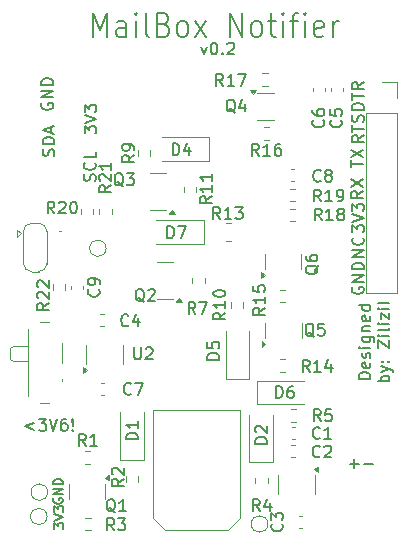
<source format=gbr>
%TF.GenerationSoftware,KiCad,Pcbnew,8.0.2-8.0.2-0~ubuntu22.04.1*%
%TF.CreationDate,2024-05-08T22:35:07+02:00*%
%TF.ProjectId,MailBox_LP_Notifier,4d61696c-426f-4785-9f4c-505f4e6f7469,rev?*%
%TF.SameCoordinates,Original*%
%TF.FileFunction,Legend,Top*%
%TF.FilePolarity,Positive*%
%FSLAX46Y46*%
G04 Gerber Fmt 4.6, Leading zero omitted, Abs format (unit mm)*
G04 Created by KiCad (PCBNEW 8.0.2-8.0.2-0~ubuntu22.04.1) date 2024-05-08 22:35:07*
%MOMM*%
%LPD*%
G01*
G04 APERTURE LIST*
%ADD10C,0.150000*%
%ADD11C,0.120000*%
G04 APERTURE END LIST*
D10*
X124181400Y-71396075D02*
X124229019Y-71253218D01*
X124229019Y-71253218D02*
X124229019Y-71015123D01*
X124229019Y-71015123D02*
X124181400Y-70919885D01*
X124181400Y-70919885D02*
X124133780Y-70872266D01*
X124133780Y-70872266D02*
X124038542Y-70824647D01*
X124038542Y-70824647D02*
X123943304Y-70824647D01*
X123943304Y-70824647D02*
X123848066Y-70872266D01*
X123848066Y-70872266D02*
X123800447Y-70919885D01*
X123800447Y-70919885D02*
X123752828Y-71015123D01*
X123752828Y-71015123D02*
X123705209Y-71205599D01*
X123705209Y-71205599D02*
X123657590Y-71300837D01*
X123657590Y-71300837D02*
X123609971Y-71348456D01*
X123609971Y-71348456D02*
X123514733Y-71396075D01*
X123514733Y-71396075D02*
X123419495Y-71396075D01*
X123419495Y-71396075D02*
X123324257Y-71348456D01*
X123324257Y-71348456D02*
X123276638Y-71300837D01*
X123276638Y-71300837D02*
X123229019Y-71205599D01*
X123229019Y-71205599D02*
X123229019Y-70967504D01*
X123229019Y-70967504D02*
X123276638Y-70824647D01*
X124133780Y-69824647D02*
X124181400Y-69872266D01*
X124181400Y-69872266D02*
X124229019Y-70015123D01*
X124229019Y-70015123D02*
X124229019Y-70110361D01*
X124229019Y-70110361D02*
X124181400Y-70253218D01*
X124181400Y-70253218D02*
X124086161Y-70348456D01*
X124086161Y-70348456D02*
X123990923Y-70396075D01*
X123990923Y-70396075D02*
X123800447Y-70443694D01*
X123800447Y-70443694D02*
X123657590Y-70443694D01*
X123657590Y-70443694D02*
X123467114Y-70396075D01*
X123467114Y-70396075D02*
X123371876Y-70348456D01*
X123371876Y-70348456D02*
X123276638Y-70253218D01*
X123276638Y-70253218D02*
X123229019Y-70110361D01*
X123229019Y-70110361D02*
X123229019Y-70015123D01*
X123229019Y-70015123D02*
X123276638Y-69872266D01*
X123276638Y-69872266D02*
X123324257Y-69824647D01*
X124229019Y-68919885D02*
X124229019Y-69396075D01*
X124229019Y-69396075D02*
X123229019Y-69396075D01*
X146936619Y-77798513D02*
X145936619Y-77798513D01*
X145936619Y-77798513D02*
X146936619Y-77227085D01*
X146936619Y-77227085D02*
X145936619Y-77227085D01*
X146841380Y-76179466D02*
X146889000Y-76227085D01*
X146889000Y-76227085D02*
X146936619Y-76369942D01*
X146936619Y-76369942D02*
X146936619Y-76465180D01*
X146936619Y-76465180D02*
X146889000Y-76608037D01*
X146889000Y-76608037D02*
X146793761Y-76703275D01*
X146793761Y-76703275D02*
X146698523Y-76750894D01*
X146698523Y-76750894D02*
X146508047Y-76798513D01*
X146508047Y-76798513D02*
X146365190Y-76798513D01*
X146365190Y-76798513D02*
X146174714Y-76750894D01*
X146174714Y-76750894D02*
X146079476Y-76703275D01*
X146079476Y-76703275D02*
X145984238Y-76608037D01*
X145984238Y-76608037D02*
X145936619Y-76465180D01*
X145936619Y-76465180D02*
X145936619Y-76369942D01*
X145936619Y-76369942D02*
X145984238Y-76227085D01*
X145984238Y-76227085D02*
X146031857Y-76179466D01*
X119669838Y-64795304D02*
X119622219Y-64890542D01*
X119622219Y-64890542D02*
X119622219Y-65033399D01*
X119622219Y-65033399D02*
X119669838Y-65176256D01*
X119669838Y-65176256D02*
X119765076Y-65271494D01*
X119765076Y-65271494D02*
X119860314Y-65319113D01*
X119860314Y-65319113D02*
X120050790Y-65366732D01*
X120050790Y-65366732D02*
X120193647Y-65366732D01*
X120193647Y-65366732D02*
X120384123Y-65319113D01*
X120384123Y-65319113D02*
X120479361Y-65271494D01*
X120479361Y-65271494D02*
X120574600Y-65176256D01*
X120574600Y-65176256D02*
X120622219Y-65033399D01*
X120622219Y-65033399D02*
X120622219Y-64938161D01*
X120622219Y-64938161D02*
X120574600Y-64795304D01*
X120574600Y-64795304D02*
X120526980Y-64747685D01*
X120526980Y-64747685D02*
X120193647Y-64747685D01*
X120193647Y-64747685D02*
X120193647Y-64938161D01*
X120622219Y-64319113D02*
X119622219Y-64319113D01*
X119622219Y-64319113D02*
X120622219Y-63747685D01*
X120622219Y-63747685D02*
X119622219Y-63747685D01*
X120622219Y-63271494D02*
X119622219Y-63271494D01*
X119622219Y-63271494D02*
X119622219Y-63033399D01*
X119622219Y-63033399D02*
X119669838Y-62890542D01*
X119669838Y-62890542D02*
X119765076Y-62795304D01*
X119765076Y-62795304D02*
X119860314Y-62747685D01*
X119860314Y-62747685D02*
X120050790Y-62700066D01*
X120050790Y-62700066D02*
X120193647Y-62700066D01*
X120193647Y-62700066D02*
X120384123Y-62747685D01*
X120384123Y-62747685D02*
X120479361Y-62795304D01*
X120479361Y-62795304D02*
X120574600Y-62890542D01*
X120574600Y-62890542D02*
X120622219Y-63033399D01*
X120622219Y-63033399D02*
X120622219Y-63271494D01*
X146911219Y-65379456D02*
X145911219Y-65379456D01*
X145911219Y-65379456D02*
X145911219Y-65141361D01*
X145911219Y-65141361D02*
X145958838Y-64998504D01*
X145958838Y-64998504D02*
X146054076Y-64903266D01*
X146054076Y-64903266D02*
X146149314Y-64855647D01*
X146149314Y-64855647D02*
X146339790Y-64808028D01*
X146339790Y-64808028D02*
X146482647Y-64808028D01*
X146482647Y-64808028D02*
X146673123Y-64855647D01*
X146673123Y-64855647D02*
X146768361Y-64903266D01*
X146768361Y-64903266D02*
X146863600Y-64998504D01*
X146863600Y-64998504D02*
X146911219Y-65141361D01*
X146911219Y-65141361D02*
X146911219Y-65379456D01*
X145911219Y-64522313D02*
X145911219Y-63950885D01*
X146911219Y-64236599D02*
X145911219Y-64236599D01*
X146911219Y-63046123D02*
X146435028Y-63379456D01*
X146911219Y-63617551D02*
X145911219Y-63617551D01*
X145911219Y-63617551D02*
X145911219Y-63236599D01*
X145911219Y-63236599D02*
X145958838Y-63141361D01*
X145958838Y-63141361D02*
X146006457Y-63093742D01*
X146006457Y-63093742D02*
X146101695Y-63046123D01*
X146101695Y-63046123D02*
X146244552Y-63046123D01*
X146244552Y-63046123D02*
X146339790Y-63093742D01*
X146339790Y-63093742D02*
X146387409Y-63141361D01*
X146387409Y-63141361D02*
X146435028Y-63236599D01*
X146435028Y-63236599D02*
X146435028Y-63617551D01*
X146911219Y-67527419D02*
X146435028Y-67860752D01*
X146911219Y-68098847D02*
X145911219Y-68098847D01*
X145911219Y-68098847D02*
X145911219Y-67717895D01*
X145911219Y-67717895D02*
X145958838Y-67622657D01*
X145958838Y-67622657D02*
X146006457Y-67575038D01*
X146006457Y-67575038D02*
X146101695Y-67527419D01*
X146101695Y-67527419D02*
X146244552Y-67527419D01*
X146244552Y-67527419D02*
X146339790Y-67575038D01*
X146339790Y-67575038D02*
X146387409Y-67622657D01*
X146387409Y-67622657D02*
X146435028Y-67717895D01*
X146435028Y-67717895D02*
X146435028Y-68098847D01*
X145911219Y-67241704D02*
X145911219Y-66670276D01*
X146911219Y-66955990D02*
X145911219Y-66955990D01*
X146863600Y-66384561D02*
X146911219Y-66241704D01*
X146911219Y-66241704D02*
X146911219Y-66003609D01*
X146911219Y-66003609D02*
X146863600Y-65908371D01*
X146863600Y-65908371D02*
X146815980Y-65860752D01*
X146815980Y-65860752D02*
X146720742Y-65813133D01*
X146720742Y-65813133D02*
X146625504Y-65813133D01*
X146625504Y-65813133D02*
X146530266Y-65860752D01*
X146530266Y-65860752D02*
X146482647Y-65908371D01*
X146482647Y-65908371D02*
X146435028Y-66003609D01*
X146435028Y-66003609D02*
X146387409Y-66194085D01*
X146387409Y-66194085D02*
X146339790Y-66289323D01*
X146339790Y-66289323D02*
X146292171Y-66336942D01*
X146292171Y-66336942D02*
X146196933Y-66384561D01*
X146196933Y-66384561D02*
X146101695Y-66384561D01*
X146101695Y-66384561D02*
X146006457Y-66336942D01*
X146006457Y-66336942D02*
X145958838Y-66289323D01*
X145958838Y-66289323D02*
X145911219Y-66194085D01*
X145911219Y-66194085D02*
X145911219Y-65955990D01*
X145911219Y-65955990D02*
X145958838Y-65813133D01*
X146860419Y-72251866D02*
X146384228Y-72585199D01*
X146860419Y-72823294D02*
X145860419Y-72823294D01*
X145860419Y-72823294D02*
X145860419Y-72442342D01*
X145860419Y-72442342D02*
X145908038Y-72347104D01*
X145908038Y-72347104D02*
X145955657Y-72299485D01*
X145955657Y-72299485D02*
X146050895Y-72251866D01*
X146050895Y-72251866D02*
X146193752Y-72251866D01*
X146193752Y-72251866D02*
X146288990Y-72299485D01*
X146288990Y-72299485D02*
X146336609Y-72347104D01*
X146336609Y-72347104D02*
X146384228Y-72442342D01*
X146384228Y-72442342D02*
X146384228Y-72823294D01*
X145860419Y-71918532D02*
X146860419Y-71251866D01*
X145860419Y-71251866D02*
X146860419Y-71918532D01*
X124028199Y-59185038D02*
X124028199Y-57185038D01*
X124028199Y-57185038D02*
X124620866Y-58613609D01*
X124620866Y-58613609D02*
X125213532Y-57185038D01*
X125213532Y-57185038D02*
X125213532Y-59185038D01*
X126822199Y-59185038D02*
X126822199Y-58137419D01*
X126822199Y-58137419D02*
X126737532Y-57946942D01*
X126737532Y-57946942D02*
X126568199Y-57851704D01*
X126568199Y-57851704D02*
X126229532Y-57851704D01*
X126229532Y-57851704D02*
X126060199Y-57946942D01*
X126822199Y-59089800D02*
X126652866Y-59185038D01*
X126652866Y-59185038D02*
X126229532Y-59185038D01*
X126229532Y-59185038D02*
X126060199Y-59089800D01*
X126060199Y-59089800D02*
X125975532Y-58899323D01*
X125975532Y-58899323D02*
X125975532Y-58708847D01*
X125975532Y-58708847D02*
X126060199Y-58518371D01*
X126060199Y-58518371D02*
X126229532Y-58423133D01*
X126229532Y-58423133D02*
X126652866Y-58423133D01*
X126652866Y-58423133D02*
X126822199Y-58327895D01*
X127668866Y-59185038D02*
X127668866Y-57851704D01*
X127668866Y-57185038D02*
X127584199Y-57280276D01*
X127584199Y-57280276D02*
X127668866Y-57375514D01*
X127668866Y-57375514D02*
X127753533Y-57280276D01*
X127753533Y-57280276D02*
X127668866Y-57185038D01*
X127668866Y-57185038D02*
X127668866Y-57375514D01*
X128769533Y-59185038D02*
X128600200Y-59089800D01*
X128600200Y-59089800D02*
X128515533Y-58899323D01*
X128515533Y-58899323D02*
X128515533Y-57185038D01*
X130039533Y-58137419D02*
X130293533Y-58232657D01*
X130293533Y-58232657D02*
X130378199Y-58327895D01*
X130378199Y-58327895D02*
X130462866Y-58518371D01*
X130462866Y-58518371D02*
X130462866Y-58804085D01*
X130462866Y-58804085D02*
X130378199Y-58994561D01*
X130378199Y-58994561D02*
X130293533Y-59089800D01*
X130293533Y-59089800D02*
X130124199Y-59185038D01*
X130124199Y-59185038D02*
X129446866Y-59185038D01*
X129446866Y-59185038D02*
X129446866Y-57185038D01*
X129446866Y-57185038D02*
X130039533Y-57185038D01*
X130039533Y-57185038D02*
X130208866Y-57280276D01*
X130208866Y-57280276D02*
X130293533Y-57375514D01*
X130293533Y-57375514D02*
X130378199Y-57565990D01*
X130378199Y-57565990D02*
X130378199Y-57756466D01*
X130378199Y-57756466D02*
X130293533Y-57946942D01*
X130293533Y-57946942D02*
X130208866Y-58042180D01*
X130208866Y-58042180D02*
X130039533Y-58137419D01*
X130039533Y-58137419D02*
X129446866Y-58137419D01*
X131478866Y-59185038D02*
X131309533Y-59089800D01*
X131309533Y-59089800D02*
X131224866Y-58994561D01*
X131224866Y-58994561D02*
X131140199Y-58804085D01*
X131140199Y-58804085D02*
X131140199Y-58232657D01*
X131140199Y-58232657D02*
X131224866Y-58042180D01*
X131224866Y-58042180D02*
X131309533Y-57946942D01*
X131309533Y-57946942D02*
X131478866Y-57851704D01*
X131478866Y-57851704D02*
X131732866Y-57851704D01*
X131732866Y-57851704D02*
X131902199Y-57946942D01*
X131902199Y-57946942D02*
X131986866Y-58042180D01*
X131986866Y-58042180D02*
X132071533Y-58232657D01*
X132071533Y-58232657D02*
X132071533Y-58804085D01*
X132071533Y-58804085D02*
X131986866Y-58994561D01*
X131986866Y-58994561D02*
X131902199Y-59089800D01*
X131902199Y-59089800D02*
X131732866Y-59185038D01*
X131732866Y-59185038D02*
X131478866Y-59185038D01*
X132664200Y-59185038D02*
X133595533Y-57851704D01*
X132664200Y-57851704D02*
X133595533Y-59185038D01*
X135627533Y-59185038D02*
X135627533Y-57185038D01*
X135627533Y-57185038D02*
X136643533Y-59185038D01*
X136643533Y-59185038D02*
X136643533Y-57185038D01*
X137744200Y-59185038D02*
X137574867Y-59089800D01*
X137574867Y-59089800D02*
X137490200Y-58994561D01*
X137490200Y-58994561D02*
X137405533Y-58804085D01*
X137405533Y-58804085D02*
X137405533Y-58232657D01*
X137405533Y-58232657D02*
X137490200Y-58042180D01*
X137490200Y-58042180D02*
X137574867Y-57946942D01*
X137574867Y-57946942D02*
X137744200Y-57851704D01*
X137744200Y-57851704D02*
X137998200Y-57851704D01*
X137998200Y-57851704D02*
X138167533Y-57946942D01*
X138167533Y-57946942D02*
X138252200Y-58042180D01*
X138252200Y-58042180D02*
X138336867Y-58232657D01*
X138336867Y-58232657D02*
X138336867Y-58804085D01*
X138336867Y-58804085D02*
X138252200Y-58994561D01*
X138252200Y-58994561D02*
X138167533Y-59089800D01*
X138167533Y-59089800D02*
X137998200Y-59185038D01*
X137998200Y-59185038D02*
X137744200Y-59185038D01*
X138844867Y-57851704D02*
X139522200Y-57851704D01*
X139098867Y-57185038D02*
X139098867Y-58899323D01*
X139098867Y-58899323D02*
X139183534Y-59089800D01*
X139183534Y-59089800D02*
X139352867Y-59185038D01*
X139352867Y-59185038D02*
X139522200Y-59185038D01*
X140114867Y-59185038D02*
X140114867Y-57851704D01*
X140114867Y-57185038D02*
X140030200Y-57280276D01*
X140030200Y-57280276D02*
X140114867Y-57375514D01*
X140114867Y-57375514D02*
X140199534Y-57280276D01*
X140199534Y-57280276D02*
X140114867Y-57185038D01*
X140114867Y-57185038D02*
X140114867Y-57375514D01*
X140707534Y-57851704D02*
X141384867Y-57851704D01*
X140961534Y-59185038D02*
X140961534Y-57470752D01*
X140961534Y-57470752D02*
X141046201Y-57280276D01*
X141046201Y-57280276D02*
X141215534Y-57185038D01*
X141215534Y-57185038D02*
X141384867Y-57185038D01*
X141977534Y-59185038D02*
X141977534Y-57851704D01*
X141977534Y-57185038D02*
X141892867Y-57280276D01*
X141892867Y-57280276D02*
X141977534Y-57375514D01*
X141977534Y-57375514D02*
X142062201Y-57280276D01*
X142062201Y-57280276D02*
X141977534Y-57185038D01*
X141977534Y-57185038D02*
X141977534Y-57375514D01*
X143501534Y-59089800D02*
X143332201Y-59185038D01*
X143332201Y-59185038D02*
X142993534Y-59185038D01*
X142993534Y-59185038D02*
X142824201Y-59089800D01*
X142824201Y-59089800D02*
X142739534Y-58899323D01*
X142739534Y-58899323D02*
X142739534Y-58137419D01*
X142739534Y-58137419D02*
X142824201Y-57946942D01*
X142824201Y-57946942D02*
X142993534Y-57851704D01*
X142993534Y-57851704D02*
X143332201Y-57851704D01*
X143332201Y-57851704D02*
X143501534Y-57946942D01*
X143501534Y-57946942D02*
X143586201Y-58137419D01*
X143586201Y-58137419D02*
X143586201Y-58327895D01*
X143586201Y-58327895D02*
X142739534Y-58518371D01*
X144348201Y-59185038D02*
X144348201Y-57851704D01*
X144348201Y-58232657D02*
X144432868Y-58042180D01*
X144432868Y-58042180D02*
X144517534Y-57946942D01*
X144517534Y-57946942D02*
X144686868Y-57851704D01*
X144686868Y-57851704D02*
X144856201Y-57851704D01*
X120676200Y-69260885D02*
X120723819Y-69118028D01*
X120723819Y-69118028D02*
X120723819Y-68879933D01*
X120723819Y-68879933D02*
X120676200Y-68784695D01*
X120676200Y-68784695D02*
X120628580Y-68737076D01*
X120628580Y-68737076D02*
X120533342Y-68689457D01*
X120533342Y-68689457D02*
X120438104Y-68689457D01*
X120438104Y-68689457D02*
X120342866Y-68737076D01*
X120342866Y-68737076D02*
X120295247Y-68784695D01*
X120295247Y-68784695D02*
X120247628Y-68879933D01*
X120247628Y-68879933D02*
X120200009Y-69070409D01*
X120200009Y-69070409D02*
X120152390Y-69165647D01*
X120152390Y-69165647D02*
X120104771Y-69213266D01*
X120104771Y-69213266D02*
X120009533Y-69260885D01*
X120009533Y-69260885D02*
X119914295Y-69260885D01*
X119914295Y-69260885D02*
X119819057Y-69213266D01*
X119819057Y-69213266D02*
X119771438Y-69165647D01*
X119771438Y-69165647D02*
X119723819Y-69070409D01*
X119723819Y-69070409D02*
X119723819Y-68832314D01*
X119723819Y-68832314D02*
X119771438Y-68689457D01*
X120723819Y-68260885D02*
X119723819Y-68260885D01*
X119723819Y-68260885D02*
X119723819Y-68022790D01*
X119723819Y-68022790D02*
X119771438Y-67879933D01*
X119771438Y-67879933D02*
X119866676Y-67784695D01*
X119866676Y-67784695D02*
X119961914Y-67737076D01*
X119961914Y-67737076D02*
X120152390Y-67689457D01*
X120152390Y-67689457D02*
X120295247Y-67689457D01*
X120295247Y-67689457D02*
X120485723Y-67737076D01*
X120485723Y-67737076D02*
X120580961Y-67784695D01*
X120580961Y-67784695D02*
X120676200Y-67879933D01*
X120676200Y-67879933D02*
X120723819Y-68022790D01*
X120723819Y-68022790D02*
X120723819Y-68260885D01*
X120438104Y-67308504D02*
X120438104Y-66832314D01*
X120723819Y-67403742D02*
X119723819Y-67070409D01*
X119723819Y-67070409D02*
X120723819Y-66737076D01*
X119030905Y-91863152D02*
X118269000Y-92148866D01*
X118269000Y-92148866D02*
X119030905Y-92434580D01*
X119411857Y-91529819D02*
X120030904Y-91529819D01*
X120030904Y-91529819D02*
X119697571Y-91910771D01*
X119697571Y-91910771D02*
X119840428Y-91910771D01*
X119840428Y-91910771D02*
X119935666Y-91958390D01*
X119935666Y-91958390D02*
X119983285Y-92006009D01*
X119983285Y-92006009D02*
X120030904Y-92101247D01*
X120030904Y-92101247D02*
X120030904Y-92339342D01*
X120030904Y-92339342D02*
X119983285Y-92434580D01*
X119983285Y-92434580D02*
X119935666Y-92482200D01*
X119935666Y-92482200D02*
X119840428Y-92529819D01*
X119840428Y-92529819D02*
X119554714Y-92529819D01*
X119554714Y-92529819D02*
X119459476Y-92482200D01*
X119459476Y-92482200D02*
X119411857Y-92434580D01*
X120316619Y-91529819D02*
X120649952Y-92529819D01*
X120649952Y-92529819D02*
X120983285Y-91529819D01*
X121745190Y-91529819D02*
X121554714Y-91529819D01*
X121554714Y-91529819D02*
X121459476Y-91577438D01*
X121459476Y-91577438D02*
X121411857Y-91625057D01*
X121411857Y-91625057D02*
X121316619Y-91767914D01*
X121316619Y-91767914D02*
X121269000Y-91958390D01*
X121269000Y-91958390D02*
X121269000Y-92339342D01*
X121269000Y-92339342D02*
X121316619Y-92434580D01*
X121316619Y-92434580D02*
X121364238Y-92482200D01*
X121364238Y-92482200D02*
X121459476Y-92529819D01*
X121459476Y-92529819D02*
X121649952Y-92529819D01*
X121649952Y-92529819D02*
X121745190Y-92482200D01*
X121745190Y-92482200D02*
X121792809Y-92434580D01*
X121792809Y-92434580D02*
X121840428Y-92339342D01*
X121840428Y-92339342D02*
X121840428Y-92101247D01*
X121840428Y-92101247D02*
X121792809Y-92006009D01*
X121792809Y-92006009D02*
X121745190Y-91958390D01*
X121745190Y-91958390D02*
X121649952Y-91910771D01*
X121649952Y-91910771D02*
X121459476Y-91910771D01*
X121459476Y-91910771D02*
X121364238Y-91958390D01*
X121364238Y-91958390D02*
X121316619Y-92006009D01*
X121316619Y-92006009D02*
X121269000Y-92101247D01*
X122269000Y-92434580D02*
X122316619Y-92482200D01*
X122316619Y-92482200D02*
X122269000Y-92529819D01*
X122269000Y-92529819D02*
X122221381Y-92482200D01*
X122221381Y-92482200D02*
X122269000Y-92434580D01*
X122269000Y-92434580D02*
X122269000Y-92529819D01*
X122269000Y-92148866D02*
X122221381Y-91577438D01*
X122221381Y-91577438D02*
X122269000Y-91529819D01*
X122269000Y-91529819D02*
X122316619Y-91577438D01*
X122316619Y-91577438D02*
X122269000Y-92148866D01*
X122269000Y-92148866D02*
X122269000Y-91529819D01*
X145835019Y-70205504D02*
X145835019Y-69634076D01*
X146835019Y-69919790D02*
X145835019Y-69919790D01*
X145835019Y-69395980D02*
X146835019Y-68729314D01*
X145835019Y-68729314D02*
X146835019Y-69395980D01*
X123279819Y-67354294D02*
X123279819Y-66735247D01*
X123279819Y-66735247D02*
X123660771Y-67068580D01*
X123660771Y-67068580D02*
X123660771Y-66925723D01*
X123660771Y-66925723D02*
X123708390Y-66830485D01*
X123708390Y-66830485D02*
X123756009Y-66782866D01*
X123756009Y-66782866D02*
X123851247Y-66735247D01*
X123851247Y-66735247D02*
X124089342Y-66735247D01*
X124089342Y-66735247D02*
X124184580Y-66782866D01*
X124184580Y-66782866D02*
X124232200Y-66830485D01*
X124232200Y-66830485D02*
X124279819Y-66925723D01*
X124279819Y-66925723D02*
X124279819Y-67211437D01*
X124279819Y-67211437D02*
X124232200Y-67306675D01*
X124232200Y-67306675D02*
X124184580Y-67354294D01*
X123279819Y-66449532D02*
X124279819Y-66116199D01*
X124279819Y-66116199D02*
X123279819Y-65782866D01*
X123279819Y-65544770D02*
X123279819Y-64925723D01*
X123279819Y-64925723D02*
X123660771Y-65259056D01*
X123660771Y-65259056D02*
X123660771Y-65116199D01*
X123660771Y-65116199D02*
X123708390Y-65020961D01*
X123708390Y-65020961D02*
X123756009Y-64973342D01*
X123756009Y-64973342D02*
X123851247Y-64925723D01*
X123851247Y-64925723D02*
X124089342Y-64925723D01*
X124089342Y-64925723D02*
X124184580Y-64973342D01*
X124184580Y-64973342D02*
X124232200Y-65020961D01*
X124232200Y-65020961D02*
X124279819Y-65116199D01*
X124279819Y-65116199D02*
X124279819Y-65401913D01*
X124279819Y-65401913D02*
X124232200Y-65497151D01*
X124232200Y-65497151D02*
X124184580Y-65544770D01*
X145936619Y-75736294D02*
X145936619Y-75117247D01*
X145936619Y-75117247D02*
X146317571Y-75450580D01*
X146317571Y-75450580D02*
X146317571Y-75307723D01*
X146317571Y-75307723D02*
X146365190Y-75212485D01*
X146365190Y-75212485D02*
X146412809Y-75164866D01*
X146412809Y-75164866D02*
X146508047Y-75117247D01*
X146508047Y-75117247D02*
X146746142Y-75117247D01*
X146746142Y-75117247D02*
X146841380Y-75164866D01*
X146841380Y-75164866D02*
X146889000Y-75212485D01*
X146889000Y-75212485D02*
X146936619Y-75307723D01*
X146936619Y-75307723D02*
X146936619Y-75593437D01*
X146936619Y-75593437D02*
X146889000Y-75688675D01*
X146889000Y-75688675D02*
X146841380Y-75736294D01*
X145936619Y-74831532D02*
X146936619Y-74498199D01*
X146936619Y-74498199D02*
X145936619Y-74164866D01*
X145936619Y-73926770D02*
X145936619Y-73307723D01*
X145936619Y-73307723D02*
X146317571Y-73641056D01*
X146317571Y-73641056D02*
X146317571Y-73498199D01*
X146317571Y-73498199D02*
X146365190Y-73402961D01*
X146365190Y-73402961D02*
X146412809Y-73355342D01*
X146412809Y-73355342D02*
X146508047Y-73307723D01*
X146508047Y-73307723D02*
X146746142Y-73307723D01*
X146746142Y-73307723D02*
X146841380Y-73355342D01*
X146841380Y-73355342D02*
X146889000Y-73402961D01*
X146889000Y-73402961D02*
X146936619Y-73498199D01*
X146936619Y-73498199D02*
X146936619Y-73783913D01*
X146936619Y-73783913D02*
X146889000Y-73879151D01*
X146889000Y-73879151D02*
X146841380Y-73926770D01*
X147477847Y-88158247D02*
X146477847Y-88158247D01*
X146477847Y-88158247D02*
X146477847Y-87920152D01*
X146477847Y-87920152D02*
X146525466Y-87777295D01*
X146525466Y-87777295D02*
X146620704Y-87682057D01*
X146620704Y-87682057D02*
X146715942Y-87634438D01*
X146715942Y-87634438D02*
X146906418Y-87586819D01*
X146906418Y-87586819D02*
X147049275Y-87586819D01*
X147049275Y-87586819D02*
X147239751Y-87634438D01*
X147239751Y-87634438D02*
X147334989Y-87682057D01*
X147334989Y-87682057D02*
X147430228Y-87777295D01*
X147430228Y-87777295D02*
X147477847Y-87920152D01*
X147477847Y-87920152D02*
X147477847Y-88158247D01*
X147430228Y-86777295D02*
X147477847Y-86872533D01*
X147477847Y-86872533D02*
X147477847Y-87063009D01*
X147477847Y-87063009D02*
X147430228Y-87158247D01*
X147430228Y-87158247D02*
X147334989Y-87205866D01*
X147334989Y-87205866D02*
X146954037Y-87205866D01*
X146954037Y-87205866D02*
X146858799Y-87158247D01*
X146858799Y-87158247D02*
X146811180Y-87063009D01*
X146811180Y-87063009D02*
X146811180Y-86872533D01*
X146811180Y-86872533D02*
X146858799Y-86777295D01*
X146858799Y-86777295D02*
X146954037Y-86729676D01*
X146954037Y-86729676D02*
X147049275Y-86729676D01*
X147049275Y-86729676D02*
X147144513Y-87205866D01*
X147430228Y-86348723D02*
X147477847Y-86253485D01*
X147477847Y-86253485D02*
X147477847Y-86063009D01*
X147477847Y-86063009D02*
X147430228Y-85967771D01*
X147430228Y-85967771D02*
X147334989Y-85920152D01*
X147334989Y-85920152D02*
X147287370Y-85920152D01*
X147287370Y-85920152D02*
X147192132Y-85967771D01*
X147192132Y-85967771D02*
X147144513Y-86063009D01*
X147144513Y-86063009D02*
X147144513Y-86205866D01*
X147144513Y-86205866D02*
X147096894Y-86301104D01*
X147096894Y-86301104D02*
X147001656Y-86348723D01*
X147001656Y-86348723D02*
X146954037Y-86348723D01*
X146954037Y-86348723D02*
X146858799Y-86301104D01*
X146858799Y-86301104D02*
X146811180Y-86205866D01*
X146811180Y-86205866D02*
X146811180Y-86063009D01*
X146811180Y-86063009D02*
X146858799Y-85967771D01*
X147477847Y-85491580D02*
X146811180Y-85491580D01*
X146477847Y-85491580D02*
X146525466Y-85539199D01*
X146525466Y-85539199D02*
X146573085Y-85491580D01*
X146573085Y-85491580D02*
X146525466Y-85443961D01*
X146525466Y-85443961D02*
X146477847Y-85491580D01*
X146477847Y-85491580D02*
X146573085Y-85491580D01*
X146811180Y-84586819D02*
X147620704Y-84586819D01*
X147620704Y-84586819D02*
X147715942Y-84634438D01*
X147715942Y-84634438D02*
X147763561Y-84682057D01*
X147763561Y-84682057D02*
X147811180Y-84777295D01*
X147811180Y-84777295D02*
X147811180Y-84920152D01*
X147811180Y-84920152D02*
X147763561Y-85015390D01*
X147430228Y-84586819D02*
X147477847Y-84682057D01*
X147477847Y-84682057D02*
X147477847Y-84872533D01*
X147477847Y-84872533D02*
X147430228Y-84967771D01*
X147430228Y-84967771D02*
X147382608Y-85015390D01*
X147382608Y-85015390D02*
X147287370Y-85063009D01*
X147287370Y-85063009D02*
X147001656Y-85063009D01*
X147001656Y-85063009D02*
X146906418Y-85015390D01*
X146906418Y-85015390D02*
X146858799Y-84967771D01*
X146858799Y-84967771D02*
X146811180Y-84872533D01*
X146811180Y-84872533D02*
X146811180Y-84682057D01*
X146811180Y-84682057D02*
X146858799Y-84586819D01*
X146811180Y-84110628D02*
X147477847Y-84110628D01*
X146906418Y-84110628D02*
X146858799Y-84063009D01*
X146858799Y-84063009D02*
X146811180Y-83967771D01*
X146811180Y-83967771D02*
X146811180Y-83824914D01*
X146811180Y-83824914D02*
X146858799Y-83729676D01*
X146858799Y-83729676D02*
X146954037Y-83682057D01*
X146954037Y-83682057D02*
X147477847Y-83682057D01*
X147430228Y-82824914D02*
X147477847Y-82920152D01*
X147477847Y-82920152D02*
X147477847Y-83110628D01*
X147477847Y-83110628D02*
X147430228Y-83205866D01*
X147430228Y-83205866D02*
X147334989Y-83253485D01*
X147334989Y-83253485D02*
X146954037Y-83253485D01*
X146954037Y-83253485D02*
X146858799Y-83205866D01*
X146858799Y-83205866D02*
X146811180Y-83110628D01*
X146811180Y-83110628D02*
X146811180Y-82920152D01*
X146811180Y-82920152D02*
X146858799Y-82824914D01*
X146858799Y-82824914D02*
X146954037Y-82777295D01*
X146954037Y-82777295D02*
X147049275Y-82777295D01*
X147049275Y-82777295D02*
X147144513Y-83253485D01*
X147477847Y-81920152D02*
X146477847Y-81920152D01*
X147430228Y-81920152D02*
X147477847Y-82015390D01*
X147477847Y-82015390D02*
X147477847Y-82205866D01*
X147477847Y-82205866D02*
X147430228Y-82301104D01*
X147430228Y-82301104D02*
X147382608Y-82348723D01*
X147382608Y-82348723D02*
X147287370Y-82396342D01*
X147287370Y-82396342D02*
X147001656Y-82396342D01*
X147001656Y-82396342D02*
X146906418Y-82348723D01*
X146906418Y-82348723D02*
X146858799Y-82301104D01*
X146858799Y-82301104D02*
X146811180Y-82205866D01*
X146811180Y-82205866D02*
X146811180Y-82015390D01*
X146811180Y-82015390D02*
X146858799Y-81920152D01*
X149087791Y-88348722D02*
X148087791Y-88348722D01*
X148468743Y-88348722D02*
X148421124Y-88253484D01*
X148421124Y-88253484D02*
X148421124Y-88063008D01*
X148421124Y-88063008D02*
X148468743Y-87967770D01*
X148468743Y-87967770D02*
X148516362Y-87920151D01*
X148516362Y-87920151D02*
X148611600Y-87872532D01*
X148611600Y-87872532D02*
X148897314Y-87872532D01*
X148897314Y-87872532D02*
X148992552Y-87920151D01*
X148992552Y-87920151D02*
X149040172Y-87967770D01*
X149040172Y-87967770D02*
X149087791Y-88063008D01*
X149087791Y-88063008D02*
X149087791Y-88253484D01*
X149087791Y-88253484D02*
X149040172Y-88348722D01*
X148421124Y-87539198D02*
X149087791Y-87301103D01*
X148421124Y-87063008D02*
X149087791Y-87301103D01*
X149087791Y-87301103D02*
X149325886Y-87396341D01*
X149325886Y-87396341D02*
X149373505Y-87443960D01*
X149373505Y-87443960D02*
X149421124Y-87539198D01*
X148992552Y-86682055D02*
X149040172Y-86634436D01*
X149040172Y-86634436D02*
X149087791Y-86682055D01*
X149087791Y-86682055D02*
X149040172Y-86729674D01*
X149040172Y-86729674D02*
X148992552Y-86682055D01*
X148992552Y-86682055D02*
X149087791Y-86682055D01*
X148468743Y-86682055D02*
X148516362Y-86634436D01*
X148516362Y-86634436D02*
X148563981Y-86682055D01*
X148563981Y-86682055D02*
X148516362Y-86729674D01*
X148516362Y-86729674D02*
X148468743Y-86682055D01*
X148468743Y-86682055D02*
X148563981Y-86682055D01*
X148087791Y-85539198D02*
X148087791Y-84872532D01*
X148087791Y-84872532D02*
X149087791Y-85539198D01*
X149087791Y-85539198D02*
X149087791Y-84872532D01*
X149087791Y-84491579D02*
X148421124Y-84491579D01*
X148087791Y-84491579D02*
X148135410Y-84539198D01*
X148135410Y-84539198D02*
X148183029Y-84491579D01*
X148183029Y-84491579D02*
X148135410Y-84443960D01*
X148135410Y-84443960D02*
X148087791Y-84491579D01*
X148087791Y-84491579D02*
X148183029Y-84491579D01*
X149087791Y-83872532D02*
X149040172Y-83967770D01*
X149040172Y-83967770D02*
X148944933Y-84015389D01*
X148944933Y-84015389D02*
X148087791Y-84015389D01*
X149087791Y-83491579D02*
X148421124Y-83491579D01*
X148087791Y-83491579D02*
X148135410Y-83539198D01*
X148135410Y-83539198D02*
X148183029Y-83491579D01*
X148183029Y-83491579D02*
X148135410Y-83443960D01*
X148135410Y-83443960D02*
X148087791Y-83491579D01*
X148087791Y-83491579D02*
X148183029Y-83491579D01*
X148421124Y-83110627D02*
X148421124Y-82586818D01*
X148421124Y-82586818D02*
X149087791Y-83110627D01*
X149087791Y-83110627D02*
X149087791Y-82586818D01*
X149087791Y-82205865D02*
X148421124Y-82205865D01*
X148087791Y-82205865D02*
X148135410Y-82253484D01*
X148135410Y-82253484D02*
X148183029Y-82205865D01*
X148183029Y-82205865D02*
X148135410Y-82158246D01*
X148135410Y-82158246D02*
X148087791Y-82205865D01*
X148087791Y-82205865D02*
X148183029Y-82205865D01*
X149087791Y-81729675D02*
X148087791Y-81729675D01*
X120694895Y-100863276D02*
X120694895Y-100368038D01*
X120694895Y-100368038D02*
X120999657Y-100634704D01*
X120999657Y-100634704D02*
X120999657Y-100520419D01*
X120999657Y-100520419D02*
X121037752Y-100444228D01*
X121037752Y-100444228D02*
X121075847Y-100406133D01*
X121075847Y-100406133D02*
X121152038Y-100368038D01*
X121152038Y-100368038D02*
X121342514Y-100368038D01*
X121342514Y-100368038D02*
X121418704Y-100406133D01*
X121418704Y-100406133D02*
X121456800Y-100444228D01*
X121456800Y-100444228D02*
X121494895Y-100520419D01*
X121494895Y-100520419D02*
X121494895Y-100748990D01*
X121494895Y-100748990D02*
X121456800Y-100825181D01*
X121456800Y-100825181D02*
X121418704Y-100863276D01*
X120694895Y-100139466D02*
X121494895Y-99872799D01*
X121494895Y-99872799D02*
X120694895Y-99606133D01*
X120694895Y-99415657D02*
X120694895Y-98920419D01*
X120694895Y-98920419D02*
X120999657Y-99187085D01*
X120999657Y-99187085D02*
X120999657Y-99072800D01*
X120999657Y-99072800D02*
X121037752Y-98996609D01*
X121037752Y-98996609D02*
X121075847Y-98958514D01*
X121075847Y-98958514D02*
X121152038Y-98920419D01*
X121152038Y-98920419D02*
X121342514Y-98920419D01*
X121342514Y-98920419D02*
X121418704Y-98958514D01*
X121418704Y-98958514D02*
X121456800Y-98996609D01*
X121456800Y-98996609D02*
X121494895Y-99072800D01*
X121494895Y-99072800D02*
X121494895Y-99301371D01*
X121494895Y-99301371D02*
X121456800Y-99377562D01*
X121456800Y-99377562D02*
X121418704Y-99415657D01*
X133140629Y-60011552D02*
X133378724Y-60678219D01*
X133378724Y-60678219D02*
X133616819Y-60011552D01*
X134188248Y-59678219D02*
X134283486Y-59678219D01*
X134283486Y-59678219D02*
X134378724Y-59725838D01*
X134378724Y-59725838D02*
X134426343Y-59773457D01*
X134426343Y-59773457D02*
X134473962Y-59868695D01*
X134473962Y-59868695D02*
X134521581Y-60059171D01*
X134521581Y-60059171D02*
X134521581Y-60297266D01*
X134521581Y-60297266D02*
X134473962Y-60487742D01*
X134473962Y-60487742D02*
X134426343Y-60582980D01*
X134426343Y-60582980D02*
X134378724Y-60630600D01*
X134378724Y-60630600D02*
X134283486Y-60678219D01*
X134283486Y-60678219D02*
X134188248Y-60678219D01*
X134188248Y-60678219D02*
X134093010Y-60630600D01*
X134093010Y-60630600D02*
X134045391Y-60582980D01*
X134045391Y-60582980D02*
X133997772Y-60487742D01*
X133997772Y-60487742D02*
X133950153Y-60297266D01*
X133950153Y-60297266D02*
X133950153Y-60059171D01*
X133950153Y-60059171D02*
X133997772Y-59868695D01*
X133997772Y-59868695D02*
X134045391Y-59773457D01*
X134045391Y-59773457D02*
X134093010Y-59725838D01*
X134093010Y-59725838D02*
X134188248Y-59678219D01*
X134950153Y-60582980D02*
X134997772Y-60630600D01*
X134997772Y-60630600D02*
X134950153Y-60678219D01*
X134950153Y-60678219D02*
X134902534Y-60630600D01*
X134902534Y-60630600D02*
X134950153Y-60582980D01*
X134950153Y-60582980D02*
X134950153Y-60678219D01*
X135378724Y-59773457D02*
X135426343Y-59725838D01*
X135426343Y-59725838D02*
X135521581Y-59678219D01*
X135521581Y-59678219D02*
X135759676Y-59678219D01*
X135759676Y-59678219D02*
X135854914Y-59725838D01*
X135854914Y-59725838D02*
X135902533Y-59773457D01*
X135902533Y-59773457D02*
X135950152Y-59868695D01*
X135950152Y-59868695D02*
X135950152Y-59963933D01*
X135950152Y-59963933D02*
X135902533Y-60106790D01*
X135902533Y-60106790D02*
X135331105Y-60678219D01*
X135331105Y-60678219D02*
X135950152Y-60678219D01*
X145958838Y-80390904D02*
X145911219Y-80486142D01*
X145911219Y-80486142D02*
X145911219Y-80628999D01*
X145911219Y-80628999D02*
X145958838Y-80771856D01*
X145958838Y-80771856D02*
X146054076Y-80867094D01*
X146054076Y-80867094D02*
X146149314Y-80914713D01*
X146149314Y-80914713D02*
X146339790Y-80962332D01*
X146339790Y-80962332D02*
X146482647Y-80962332D01*
X146482647Y-80962332D02*
X146673123Y-80914713D01*
X146673123Y-80914713D02*
X146768361Y-80867094D01*
X146768361Y-80867094D02*
X146863600Y-80771856D01*
X146863600Y-80771856D02*
X146911219Y-80628999D01*
X146911219Y-80628999D02*
X146911219Y-80533761D01*
X146911219Y-80533761D02*
X146863600Y-80390904D01*
X146863600Y-80390904D02*
X146815980Y-80343285D01*
X146815980Y-80343285D02*
X146482647Y-80343285D01*
X146482647Y-80343285D02*
X146482647Y-80533761D01*
X146911219Y-79914713D02*
X145911219Y-79914713D01*
X145911219Y-79914713D02*
X146911219Y-79343285D01*
X146911219Y-79343285D02*
X145911219Y-79343285D01*
X146911219Y-78867094D02*
X145911219Y-78867094D01*
X145911219Y-78867094D02*
X145911219Y-78628999D01*
X145911219Y-78628999D02*
X145958838Y-78486142D01*
X145958838Y-78486142D02*
X146054076Y-78390904D01*
X146054076Y-78390904D02*
X146149314Y-78343285D01*
X146149314Y-78343285D02*
X146339790Y-78295666D01*
X146339790Y-78295666D02*
X146482647Y-78295666D01*
X146482647Y-78295666D02*
X146673123Y-78343285D01*
X146673123Y-78343285D02*
X146768361Y-78390904D01*
X146768361Y-78390904D02*
X146863600Y-78486142D01*
X146863600Y-78486142D02*
X146911219Y-78628999D01*
X146911219Y-78628999D02*
X146911219Y-78867094D01*
X147735799Y-95349266D02*
X146973895Y-95349266D01*
X146497704Y-95349266D02*
X145735800Y-95349266D01*
X146116752Y-95730219D02*
X146116752Y-94968314D01*
X120682190Y-98272523D02*
X120644095Y-98348713D01*
X120644095Y-98348713D02*
X120644095Y-98462999D01*
X120644095Y-98462999D02*
X120682190Y-98577285D01*
X120682190Y-98577285D02*
X120758380Y-98653475D01*
X120758380Y-98653475D02*
X120834571Y-98691570D01*
X120834571Y-98691570D02*
X120986952Y-98729666D01*
X120986952Y-98729666D02*
X121101238Y-98729666D01*
X121101238Y-98729666D02*
X121253619Y-98691570D01*
X121253619Y-98691570D02*
X121329809Y-98653475D01*
X121329809Y-98653475D02*
X121406000Y-98577285D01*
X121406000Y-98577285D02*
X121444095Y-98462999D01*
X121444095Y-98462999D02*
X121444095Y-98386808D01*
X121444095Y-98386808D02*
X121406000Y-98272523D01*
X121406000Y-98272523D02*
X121367904Y-98234427D01*
X121367904Y-98234427D02*
X121101238Y-98234427D01*
X121101238Y-98234427D02*
X121101238Y-98386808D01*
X121444095Y-97891570D02*
X120644095Y-97891570D01*
X120644095Y-97891570D02*
X121444095Y-97434427D01*
X121444095Y-97434427D02*
X120644095Y-97434427D01*
X121444095Y-97053475D02*
X120644095Y-97053475D01*
X120644095Y-97053475D02*
X120644095Y-96862999D01*
X120644095Y-96862999D02*
X120682190Y-96748713D01*
X120682190Y-96748713D02*
X120758380Y-96672523D01*
X120758380Y-96672523D02*
X120834571Y-96634428D01*
X120834571Y-96634428D02*
X120986952Y-96596332D01*
X120986952Y-96596332D02*
X121101238Y-96596332D01*
X121101238Y-96596332D02*
X121253619Y-96634428D01*
X121253619Y-96634428D02*
X121329809Y-96672523D01*
X121329809Y-96672523D02*
X121406000Y-96748713D01*
X121406000Y-96748713D02*
X121444095Y-96862999D01*
X121444095Y-96862999D02*
X121444095Y-97053475D01*
X135007142Y-63329819D02*
X134673809Y-62853628D01*
X134435714Y-63329819D02*
X134435714Y-62329819D01*
X134435714Y-62329819D02*
X134816666Y-62329819D01*
X134816666Y-62329819D02*
X134911904Y-62377438D01*
X134911904Y-62377438D02*
X134959523Y-62425057D01*
X134959523Y-62425057D02*
X135007142Y-62520295D01*
X135007142Y-62520295D02*
X135007142Y-62663152D01*
X135007142Y-62663152D02*
X134959523Y-62758390D01*
X134959523Y-62758390D02*
X134911904Y-62806009D01*
X134911904Y-62806009D02*
X134816666Y-62853628D01*
X134816666Y-62853628D02*
X134435714Y-62853628D01*
X135959523Y-63329819D02*
X135388095Y-63329819D01*
X135673809Y-63329819D02*
X135673809Y-62329819D01*
X135673809Y-62329819D02*
X135578571Y-62472676D01*
X135578571Y-62472676D02*
X135483333Y-62567914D01*
X135483333Y-62567914D02*
X135388095Y-62615533D01*
X136292857Y-62329819D02*
X136959523Y-62329819D01*
X136959523Y-62329819D02*
X136530952Y-63329819D01*
X127480219Y-69203866D02*
X127004028Y-69537199D01*
X127480219Y-69775294D02*
X126480219Y-69775294D01*
X126480219Y-69775294D02*
X126480219Y-69394342D01*
X126480219Y-69394342D02*
X126527838Y-69299104D01*
X126527838Y-69299104D02*
X126575457Y-69251485D01*
X126575457Y-69251485D02*
X126670695Y-69203866D01*
X126670695Y-69203866D02*
X126813552Y-69203866D01*
X126813552Y-69203866D02*
X126908790Y-69251485D01*
X126908790Y-69251485D02*
X126956409Y-69299104D01*
X126956409Y-69299104D02*
X127004028Y-69394342D01*
X127004028Y-69394342D02*
X127004028Y-69775294D01*
X127480219Y-68727675D02*
X127480219Y-68537199D01*
X127480219Y-68537199D02*
X127432600Y-68441961D01*
X127432600Y-68441961D02*
X127384980Y-68394342D01*
X127384980Y-68394342D02*
X127242123Y-68299104D01*
X127242123Y-68299104D02*
X127051647Y-68251485D01*
X127051647Y-68251485D02*
X126670695Y-68251485D01*
X126670695Y-68251485D02*
X126575457Y-68299104D01*
X126575457Y-68299104D02*
X126527838Y-68346723D01*
X126527838Y-68346723D02*
X126480219Y-68441961D01*
X126480219Y-68441961D02*
X126480219Y-68632437D01*
X126480219Y-68632437D02*
X126527838Y-68727675D01*
X126527838Y-68727675D02*
X126575457Y-68775294D01*
X126575457Y-68775294D02*
X126670695Y-68822913D01*
X126670695Y-68822913D02*
X126908790Y-68822913D01*
X126908790Y-68822913D02*
X127004028Y-68775294D01*
X127004028Y-68775294D02*
X127051647Y-68727675D01*
X127051647Y-68727675D02*
X127099266Y-68632437D01*
X127099266Y-68632437D02*
X127099266Y-68441961D01*
X127099266Y-68441961D02*
X127051647Y-68346723D01*
X127051647Y-68346723D02*
X127004028Y-68299104D01*
X127004028Y-68299104D02*
X126908790Y-68251485D01*
X136029761Y-65600057D02*
X135934523Y-65552438D01*
X135934523Y-65552438D02*
X135839285Y-65457200D01*
X135839285Y-65457200D02*
X135696428Y-65314342D01*
X135696428Y-65314342D02*
X135601190Y-65266723D01*
X135601190Y-65266723D02*
X135505952Y-65266723D01*
X135553571Y-65504819D02*
X135458333Y-65457200D01*
X135458333Y-65457200D02*
X135363095Y-65361961D01*
X135363095Y-65361961D02*
X135315476Y-65171485D01*
X135315476Y-65171485D02*
X135315476Y-64838152D01*
X135315476Y-64838152D02*
X135363095Y-64647676D01*
X135363095Y-64647676D02*
X135458333Y-64552438D01*
X135458333Y-64552438D02*
X135553571Y-64504819D01*
X135553571Y-64504819D02*
X135744047Y-64504819D01*
X135744047Y-64504819D02*
X135839285Y-64552438D01*
X135839285Y-64552438D02*
X135934523Y-64647676D01*
X135934523Y-64647676D02*
X135982142Y-64838152D01*
X135982142Y-64838152D02*
X135982142Y-65171485D01*
X135982142Y-65171485D02*
X135934523Y-65361961D01*
X135934523Y-65361961D02*
X135839285Y-65457200D01*
X135839285Y-65457200D02*
X135744047Y-65504819D01*
X135744047Y-65504819D02*
X135553571Y-65504819D01*
X136839285Y-64838152D02*
X136839285Y-65504819D01*
X136601190Y-64457200D02*
X136363095Y-65171485D01*
X136363095Y-65171485D02*
X136982142Y-65171485D01*
X143203933Y-93120380D02*
X143156314Y-93168000D01*
X143156314Y-93168000D02*
X143013457Y-93215619D01*
X143013457Y-93215619D02*
X142918219Y-93215619D01*
X142918219Y-93215619D02*
X142775362Y-93168000D01*
X142775362Y-93168000D02*
X142680124Y-93072761D01*
X142680124Y-93072761D02*
X142632505Y-92977523D01*
X142632505Y-92977523D02*
X142584886Y-92787047D01*
X142584886Y-92787047D02*
X142584886Y-92644190D01*
X142584886Y-92644190D02*
X142632505Y-92453714D01*
X142632505Y-92453714D02*
X142680124Y-92358476D01*
X142680124Y-92358476D02*
X142775362Y-92263238D01*
X142775362Y-92263238D02*
X142918219Y-92215619D01*
X142918219Y-92215619D02*
X143013457Y-92215619D01*
X143013457Y-92215619D02*
X143156314Y-92263238D01*
X143156314Y-92263238D02*
X143203933Y-92310857D01*
X144156314Y-93215619D02*
X143584886Y-93215619D01*
X143870600Y-93215619D02*
X143870600Y-92215619D01*
X143870600Y-92215619D02*
X143775362Y-92358476D01*
X143775362Y-92358476D02*
X143680124Y-92453714D01*
X143680124Y-92453714D02*
X143584886Y-92501333D01*
X124471580Y-80557666D02*
X124519200Y-80605285D01*
X124519200Y-80605285D02*
X124566819Y-80748142D01*
X124566819Y-80748142D02*
X124566819Y-80843380D01*
X124566819Y-80843380D02*
X124519200Y-80986237D01*
X124519200Y-80986237D02*
X124423961Y-81081475D01*
X124423961Y-81081475D02*
X124328723Y-81129094D01*
X124328723Y-81129094D02*
X124138247Y-81176713D01*
X124138247Y-81176713D02*
X123995390Y-81176713D01*
X123995390Y-81176713D02*
X123804914Y-81129094D01*
X123804914Y-81129094D02*
X123709676Y-81081475D01*
X123709676Y-81081475D02*
X123614438Y-80986237D01*
X123614438Y-80986237D02*
X123566819Y-80843380D01*
X123566819Y-80843380D02*
X123566819Y-80748142D01*
X123566819Y-80748142D02*
X123614438Y-80605285D01*
X123614438Y-80605285D02*
X123662057Y-80557666D01*
X124566819Y-80081475D02*
X124566819Y-79890999D01*
X124566819Y-79890999D02*
X124519200Y-79795761D01*
X124519200Y-79795761D02*
X124471580Y-79748142D01*
X124471580Y-79748142D02*
X124328723Y-79652904D01*
X124328723Y-79652904D02*
X124138247Y-79605285D01*
X124138247Y-79605285D02*
X123757295Y-79605285D01*
X123757295Y-79605285D02*
X123662057Y-79652904D01*
X123662057Y-79652904D02*
X123614438Y-79700523D01*
X123614438Y-79700523D02*
X123566819Y-79795761D01*
X123566819Y-79795761D02*
X123566819Y-79986237D01*
X123566819Y-79986237D02*
X123614438Y-80081475D01*
X123614438Y-80081475D02*
X123662057Y-80129094D01*
X123662057Y-80129094D02*
X123757295Y-80176713D01*
X123757295Y-80176713D02*
X123995390Y-80176713D01*
X123995390Y-80176713D02*
X124090628Y-80129094D01*
X124090628Y-80129094D02*
X124138247Y-80081475D01*
X124138247Y-80081475D02*
X124185866Y-79986237D01*
X124185866Y-79986237D02*
X124185866Y-79795761D01*
X124185866Y-79795761D02*
X124138247Y-79700523D01*
X124138247Y-79700523D02*
X124090628Y-79652904D01*
X124090628Y-79652904D02*
X123995390Y-79605285D01*
X143298942Y-73124219D02*
X142965609Y-72648028D01*
X142727514Y-73124219D02*
X142727514Y-72124219D01*
X142727514Y-72124219D02*
X143108466Y-72124219D01*
X143108466Y-72124219D02*
X143203704Y-72171838D01*
X143203704Y-72171838D02*
X143251323Y-72219457D01*
X143251323Y-72219457D02*
X143298942Y-72314695D01*
X143298942Y-72314695D02*
X143298942Y-72457552D01*
X143298942Y-72457552D02*
X143251323Y-72552790D01*
X143251323Y-72552790D02*
X143203704Y-72600409D01*
X143203704Y-72600409D02*
X143108466Y-72648028D01*
X143108466Y-72648028D02*
X142727514Y-72648028D01*
X144251323Y-73124219D02*
X143679895Y-73124219D01*
X143965609Y-73124219D02*
X143965609Y-72124219D01*
X143965609Y-72124219D02*
X143870371Y-72267076D01*
X143870371Y-72267076D02*
X143775133Y-72362314D01*
X143775133Y-72362314D02*
X143679895Y-72409933D01*
X144727514Y-73124219D02*
X144917990Y-73124219D01*
X144917990Y-73124219D02*
X145013228Y-73076600D01*
X145013228Y-73076600D02*
X145060847Y-73028980D01*
X145060847Y-73028980D02*
X145156085Y-72886123D01*
X145156085Y-72886123D02*
X145203704Y-72695647D01*
X145203704Y-72695647D02*
X145203704Y-72314695D01*
X145203704Y-72314695D02*
X145156085Y-72219457D01*
X145156085Y-72219457D02*
X145108466Y-72171838D01*
X145108466Y-72171838D02*
X145013228Y-72124219D01*
X145013228Y-72124219D02*
X144822752Y-72124219D01*
X144822752Y-72124219D02*
X144727514Y-72171838D01*
X144727514Y-72171838D02*
X144679895Y-72219457D01*
X144679895Y-72219457D02*
X144632276Y-72314695D01*
X144632276Y-72314695D02*
X144632276Y-72552790D01*
X144632276Y-72552790D02*
X144679895Y-72648028D01*
X144679895Y-72648028D02*
X144727514Y-72695647D01*
X144727514Y-72695647D02*
X144822752Y-72743266D01*
X144822752Y-72743266D02*
X145013228Y-72743266D01*
X145013228Y-72743266D02*
X145108466Y-72695647D01*
X145108466Y-72695647D02*
X145156085Y-72648028D01*
X145156085Y-72648028D02*
X145203704Y-72552790D01*
X125888761Y-99432257D02*
X125793523Y-99384638D01*
X125793523Y-99384638D02*
X125698285Y-99289400D01*
X125698285Y-99289400D02*
X125555428Y-99146542D01*
X125555428Y-99146542D02*
X125460190Y-99098923D01*
X125460190Y-99098923D02*
X125364952Y-99098923D01*
X125412571Y-99337019D02*
X125317333Y-99289400D01*
X125317333Y-99289400D02*
X125222095Y-99194161D01*
X125222095Y-99194161D02*
X125174476Y-99003685D01*
X125174476Y-99003685D02*
X125174476Y-98670352D01*
X125174476Y-98670352D02*
X125222095Y-98479876D01*
X125222095Y-98479876D02*
X125317333Y-98384638D01*
X125317333Y-98384638D02*
X125412571Y-98337019D01*
X125412571Y-98337019D02*
X125603047Y-98337019D01*
X125603047Y-98337019D02*
X125698285Y-98384638D01*
X125698285Y-98384638D02*
X125793523Y-98479876D01*
X125793523Y-98479876D02*
X125841142Y-98670352D01*
X125841142Y-98670352D02*
X125841142Y-99003685D01*
X125841142Y-99003685D02*
X125793523Y-99194161D01*
X125793523Y-99194161D02*
X125698285Y-99289400D01*
X125698285Y-99289400D02*
X125603047Y-99337019D01*
X125603047Y-99337019D02*
X125412571Y-99337019D01*
X126793523Y-99337019D02*
X126222095Y-99337019D01*
X126507809Y-99337019D02*
X126507809Y-98337019D01*
X126507809Y-98337019D02*
X126412571Y-98479876D01*
X126412571Y-98479876D02*
X126317333Y-98575114D01*
X126317333Y-98575114D02*
X126222095Y-98622733D01*
X143279333Y-91717019D02*
X142946000Y-91240828D01*
X142707905Y-91717019D02*
X142707905Y-90717019D01*
X142707905Y-90717019D02*
X143088857Y-90717019D01*
X143088857Y-90717019D02*
X143184095Y-90764638D01*
X143184095Y-90764638D02*
X143231714Y-90812257D01*
X143231714Y-90812257D02*
X143279333Y-90907495D01*
X143279333Y-90907495D02*
X143279333Y-91050352D01*
X143279333Y-91050352D02*
X143231714Y-91145590D01*
X143231714Y-91145590D02*
X143184095Y-91193209D01*
X143184095Y-91193209D02*
X143088857Y-91240828D01*
X143088857Y-91240828D02*
X142707905Y-91240828D01*
X144184095Y-90717019D02*
X143707905Y-90717019D01*
X143707905Y-90717019D02*
X143660286Y-91193209D01*
X143660286Y-91193209D02*
X143707905Y-91145590D01*
X143707905Y-91145590D02*
X143803143Y-91097971D01*
X143803143Y-91097971D02*
X144041238Y-91097971D01*
X144041238Y-91097971D02*
X144136476Y-91145590D01*
X144136476Y-91145590D02*
X144184095Y-91193209D01*
X144184095Y-91193209D02*
X144231714Y-91288447D01*
X144231714Y-91288447D02*
X144231714Y-91526542D01*
X144231714Y-91526542D02*
X144184095Y-91621780D01*
X144184095Y-91621780D02*
X144136476Y-91669400D01*
X144136476Y-91669400D02*
X144041238Y-91717019D01*
X144041238Y-91717019D02*
X143803143Y-91717019D01*
X143803143Y-91717019D02*
X143707905Y-91669400D01*
X143707905Y-91669400D02*
X143660286Y-91621780D01*
X120718342Y-74140219D02*
X120385009Y-73664028D01*
X120146914Y-74140219D02*
X120146914Y-73140219D01*
X120146914Y-73140219D02*
X120527866Y-73140219D01*
X120527866Y-73140219D02*
X120623104Y-73187838D01*
X120623104Y-73187838D02*
X120670723Y-73235457D01*
X120670723Y-73235457D02*
X120718342Y-73330695D01*
X120718342Y-73330695D02*
X120718342Y-73473552D01*
X120718342Y-73473552D02*
X120670723Y-73568790D01*
X120670723Y-73568790D02*
X120623104Y-73616409D01*
X120623104Y-73616409D02*
X120527866Y-73664028D01*
X120527866Y-73664028D02*
X120146914Y-73664028D01*
X121099295Y-73235457D02*
X121146914Y-73187838D01*
X121146914Y-73187838D02*
X121242152Y-73140219D01*
X121242152Y-73140219D02*
X121480247Y-73140219D01*
X121480247Y-73140219D02*
X121575485Y-73187838D01*
X121575485Y-73187838D02*
X121623104Y-73235457D01*
X121623104Y-73235457D02*
X121670723Y-73330695D01*
X121670723Y-73330695D02*
X121670723Y-73425933D01*
X121670723Y-73425933D02*
X121623104Y-73568790D01*
X121623104Y-73568790D02*
X121051676Y-74140219D01*
X121051676Y-74140219D02*
X121670723Y-74140219D01*
X122289771Y-73140219D02*
X122385009Y-73140219D01*
X122385009Y-73140219D02*
X122480247Y-73187838D01*
X122480247Y-73187838D02*
X122527866Y-73235457D01*
X122527866Y-73235457D02*
X122575485Y-73330695D01*
X122575485Y-73330695D02*
X122623104Y-73521171D01*
X122623104Y-73521171D02*
X122623104Y-73759266D01*
X122623104Y-73759266D02*
X122575485Y-73949742D01*
X122575485Y-73949742D02*
X122527866Y-74044980D01*
X122527866Y-74044980D02*
X122480247Y-74092600D01*
X122480247Y-74092600D02*
X122385009Y-74140219D01*
X122385009Y-74140219D02*
X122289771Y-74140219D01*
X122289771Y-74140219D02*
X122194533Y-74092600D01*
X122194533Y-74092600D02*
X122146914Y-74044980D01*
X122146914Y-74044980D02*
X122099295Y-73949742D01*
X122099295Y-73949742D02*
X122051676Y-73759266D01*
X122051676Y-73759266D02*
X122051676Y-73521171D01*
X122051676Y-73521171D02*
X122099295Y-73330695D01*
X122099295Y-73330695D02*
X122146914Y-73235457D01*
X122146914Y-73235457D02*
X122194533Y-73187838D01*
X122194533Y-73187838D02*
X122289771Y-73140219D01*
X134033419Y-72702657D02*
X133557228Y-73035990D01*
X134033419Y-73274085D02*
X133033419Y-73274085D01*
X133033419Y-73274085D02*
X133033419Y-72893133D01*
X133033419Y-72893133D02*
X133081038Y-72797895D01*
X133081038Y-72797895D02*
X133128657Y-72750276D01*
X133128657Y-72750276D02*
X133223895Y-72702657D01*
X133223895Y-72702657D02*
X133366752Y-72702657D01*
X133366752Y-72702657D02*
X133461990Y-72750276D01*
X133461990Y-72750276D02*
X133509609Y-72797895D01*
X133509609Y-72797895D02*
X133557228Y-72893133D01*
X133557228Y-72893133D02*
X133557228Y-73274085D01*
X134033419Y-71750276D02*
X134033419Y-72321704D01*
X134033419Y-72035990D02*
X133033419Y-72035990D01*
X133033419Y-72035990D02*
X133176276Y-72131228D01*
X133176276Y-72131228D02*
X133271514Y-72226466D01*
X133271514Y-72226466D02*
X133319133Y-72321704D01*
X134033419Y-70797895D02*
X134033419Y-71369323D01*
X134033419Y-71083609D02*
X133033419Y-71083609D01*
X133033419Y-71083609D02*
X133176276Y-71178847D01*
X133176276Y-71178847D02*
X133271514Y-71274085D01*
X133271514Y-71274085D02*
X133319133Y-71369323D01*
X138041142Y-69245619D02*
X137707809Y-68769428D01*
X137469714Y-69245619D02*
X137469714Y-68245619D01*
X137469714Y-68245619D02*
X137850666Y-68245619D01*
X137850666Y-68245619D02*
X137945904Y-68293238D01*
X137945904Y-68293238D02*
X137993523Y-68340857D01*
X137993523Y-68340857D02*
X138041142Y-68436095D01*
X138041142Y-68436095D02*
X138041142Y-68578952D01*
X138041142Y-68578952D02*
X137993523Y-68674190D01*
X137993523Y-68674190D02*
X137945904Y-68721809D01*
X137945904Y-68721809D02*
X137850666Y-68769428D01*
X137850666Y-68769428D02*
X137469714Y-68769428D01*
X138993523Y-69245619D02*
X138422095Y-69245619D01*
X138707809Y-69245619D02*
X138707809Y-68245619D01*
X138707809Y-68245619D02*
X138612571Y-68388476D01*
X138612571Y-68388476D02*
X138517333Y-68483714D01*
X138517333Y-68483714D02*
X138422095Y-68531333D01*
X139850666Y-68245619D02*
X139660190Y-68245619D01*
X139660190Y-68245619D02*
X139564952Y-68293238D01*
X139564952Y-68293238D02*
X139517333Y-68340857D01*
X139517333Y-68340857D02*
X139422095Y-68483714D01*
X139422095Y-68483714D02*
X139374476Y-68674190D01*
X139374476Y-68674190D02*
X139374476Y-69055142D01*
X139374476Y-69055142D02*
X139422095Y-69150380D01*
X139422095Y-69150380D02*
X139469714Y-69198000D01*
X139469714Y-69198000D02*
X139564952Y-69245619D01*
X139564952Y-69245619D02*
X139755428Y-69245619D01*
X139755428Y-69245619D02*
X139850666Y-69198000D01*
X139850666Y-69198000D02*
X139898285Y-69150380D01*
X139898285Y-69150380D02*
X139945904Y-69055142D01*
X139945904Y-69055142D02*
X139945904Y-68817047D01*
X139945904Y-68817047D02*
X139898285Y-68721809D01*
X139898285Y-68721809D02*
X139850666Y-68674190D01*
X139850666Y-68674190D02*
X139755428Y-68626571D01*
X139755428Y-68626571D02*
X139564952Y-68626571D01*
X139564952Y-68626571D02*
X139469714Y-68674190D01*
X139469714Y-68674190D02*
X139422095Y-68721809D01*
X139422095Y-68721809D02*
X139374476Y-68817047D01*
X127470295Y-85484619D02*
X127470295Y-86294142D01*
X127470295Y-86294142D02*
X127517914Y-86389380D01*
X127517914Y-86389380D02*
X127565533Y-86437000D01*
X127565533Y-86437000D02*
X127660771Y-86484619D01*
X127660771Y-86484619D02*
X127851247Y-86484619D01*
X127851247Y-86484619D02*
X127946485Y-86437000D01*
X127946485Y-86437000D02*
X127994104Y-86389380D01*
X127994104Y-86389380D02*
X128041723Y-86294142D01*
X128041723Y-86294142D02*
X128041723Y-85484619D01*
X128470295Y-85579857D02*
X128517914Y-85532238D01*
X128517914Y-85532238D02*
X128613152Y-85484619D01*
X128613152Y-85484619D02*
X128851247Y-85484619D01*
X128851247Y-85484619D02*
X128946485Y-85532238D01*
X128946485Y-85532238D02*
X128994104Y-85579857D01*
X128994104Y-85579857D02*
X129041723Y-85675095D01*
X129041723Y-85675095D02*
X129041723Y-85770333D01*
X129041723Y-85770333D02*
X128994104Y-85913190D01*
X128994104Y-85913190D02*
X128422676Y-86484619D01*
X128422676Y-86484619D02*
X129041723Y-86484619D01*
X134764542Y-74597419D02*
X134431209Y-74121228D01*
X134193114Y-74597419D02*
X134193114Y-73597419D01*
X134193114Y-73597419D02*
X134574066Y-73597419D01*
X134574066Y-73597419D02*
X134669304Y-73645038D01*
X134669304Y-73645038D02*
X134716923Y-73692657D01*
X134716923Y-73692657D02*
X134764542Y-73787895D01*
X134764542Y-73787895D02*
X134764542Y-73930752D01*
X134764542Y-73930752D02*
X134716923Y-74025990D01*
X134716923Y-74025990D02*
X134669304Y-74073609D01*
X134669304Y-74073609D02*
X134574066Y-74121228D01*
X134574066Y-74121228D02*
X134193114Y-74121228D01*
X135716923Y-74597419D02*
X135145495Y-74597419D01*
X135431209Y-74597419D02*
X135431209Y-73597419D01*
X135431209Y-73597419D02*
X135335971Y-73740276D01*
X135335971Y-73740276D02*
X135240733Y-73835514D01*
X135240733Y-73835514D02*
X135145495Y-73883133D01*
X136050257Y-73597419D02*
X136669304Y-73597419D01*
X136669304Y-73597419D02*
X136335971Y-73978371D01*
X136335971Y-73978371D02*
X136478828Y-73978371D01*
X136478828Y-73978371D02*
X136574066Y-74025990D01*
X136574066Y-74025990D02*
X136621685Y-74073609D01*
X136621685Y-74073609D02*
X136669304Y-74168847D01*
X136669304Y-74168847D02*
X136669304Y-74406942D01*
X136669304Y-74406942D02*
X136621685Y-74502180D01*
X136621685Y-74502180D02*
X136574066Y-74549800D01*
X136574066Y-74549800D02*
X136478828Y-74597419D01*
X136478828Y-74597419D02*
X136193114Y-74597419D01*
X136193114Y-74597419D02*
X136097876Y-74549800D01*
X136097876Y-74549800D02*
X136050257Y-74502180D01*
X127810419Y-93270294D02*
X126810419Y-93270294D01*
X126810419Y-93270294D02*
X126810419Y-93032199D01*
X126810419Y-93032199D02*
X126858038Y-92889342D01*
X126858038Y-92889342D02*
X126953276Y-92794104D01*
X126953276Y-92794104D02*
X127048514Y-92746485D01*
X127048514Y-92746485D02*
X127238990Y-92698866D01*
X127238990Y-92698866D02*
X127381847Y-92698866D01*
X127381847Y-92698866D02*
X127572323Y-92746485D01*
X127572323Y-92746485D02*
X127667561Y-92794104D01*
X127667561Y-92794104D02*
X127762800Y-92889342D01*
X127762800Y-92889342D02*
X127810419Y-93032199D01*
X127810419Y-93032199D02*
X127810419Y-93270294D01*
X127810419Y-91746485D02*
X127810419Y-92317913D01*
X127810419Y-92032199D02*
X126810419Y-92032199D01*
X126810419Y-92032199D02*
X126953276Y-92127437D01*
X126953276Y-92127437D02*
X127048514Y-92222675D01*
X127048514Y-92222675D02*
X127096133Y-92317913D01*
X125524419Y-71762857D02*
X125048228Y-72096190D01*
X125524419Y-72334285D02*
X124524419Y-72334285D01*
X124524419Y-72334285D02*
X124524419Y-71953333D01*
X124524419Y-71953333D02*
X124572038Y-71858095D01*
X124572038Y-71858095D02*
X124619657Y-71810476D01*
X124619657Y-71810476D02*
X124714895Y-71762857D01*
X124714895Y-71762857D02*
X124857752Y-71762857D01*
X124857752Y-71762857D02*
X124952990Y-71810476D01*
X124952990Y-71810476D02*
X125000609Y-71858095D01*
X125000609Y-71858095D02*
X125048228Y-71953333D01*
X125048228Y-71953333D02*
X125048228Y-72334285D01*
X124619657Y-71381904D02*
X124572038Y-71334285D01*
X124572038Y-71334285D02*
X124524419Y-71239047D01*
X124524419Y-71239047D02*
X124524419Y-71000952D01*
X124524419Y-71000952D02*
X124572038Y-70905714D01*
X124572038Y-70905714D02*
X124619657Y-70858095D01*
X124619657Y-70858095D02*
X124714895Y-70810476D01*
X124714895Y-70810476D02*
X124810133Y-70810476D01*
X124810133Y-70810476D02*
X124952990Y-70858095D01*
X124952990Y-70858095D02*
X125524419Y-71429523D01*
X125524419Y-71429523D02*
X125524419Y-70810476D01*
X125524419Y-69858095D02*
X125524419Y-70429523D01*
X125524419Y-70143809D02*
X124524419Y-70143809D01*
X124524419Y-70143809D02*
X124667276Y-70239047D01*
X124667276Y-70239047D02*
X124762514Y-70334285D01*
X124762514Y-70334285D02*
X124810133Y-70429523D01*
X138110933Y-99337019D02*
X137777600Y-98860828D01*
X137539505Y-99337019D02*
X137539505Y-98337019D01*
X137539505Y-98337019D02*
X137920457Y-98337019D01*
X137920457Y-98337019D02*
X138015695Y-98384638D01*
X138015695Y-98384638D02*
X138063314Y-98432257D01*
X138063314Y-98432257D02*
X138110933Y-98527495D01*
X138110933Y-98527495D02*
X138110933Y-98670352D01*
X138110933Y-98670352D02*
X138063314Y-98765590D01*
X138063314Y-98765590D02*
X138015695Y-98813209D01*
X138015695Y-98813209D02*
X137920457Y-98860828D01*
X137920457Y-98860828D02*
X137539505Y-98860828D01*
X138968076Y-98670352D02*
X138968076Y-99337019D01*
X138729981Y-98289400D02*
X138491886Y-99003685D01*
X138491886Y-99003685D02*
X139110933Y-99003685D01*
X130300505Y-76223019D02*
X130300505Y-75223019D01*
X130300505Y-75223019D02*
X130538600Y-75223019D01*
X130538600Y-75223019D02*
X130681457Y-75270638D01*
X130681457Y-75270638D02*
X130776695Y-75365876D01*
X130776695Y-75365876D02*
X130824314Y-75461114D01*
X130824314Y-75461114D02*
X130871933Y-75651590D01*
X130871933Y-75651590D02*
X130871933Y-75794447D01*
X130871933Y-75794447D02*
X130824314Y-75984923D01*
X130824314Y-75984923D02*
X130776695Y-76080161D01*
X130776695Y-76080161D02*
X130681457Y-76175400D01*
X130681457Y-76175400D02*
X130538600Y-76223019D01*
X130538600Y-76223019D02*
X130300505Y-76223019D01*
X131205267Y-75223019D02*
X131871933Y-75223019D01*
X131871933Y-75223019D02*
X131443362Y-76223019D01*
X126985733Y-83595380D02*
X126938114Y-83643000D01*
X126938114Y-83643000D02*
X126795257Y-83690619D01*
X126795257Y-83690619D02*
X126700019Y-83690619D01*
X126700019Y-83690619D02*
X126557162Y-83643000D01*
X126557162Y-83643000D02*
X126461924Y-83547761D01*
X126461924Y-83547761D02*
X126414305Y-83452523D01*
X126414305Y-83452523D02*
X126366686Y-83262047D01*
X126366686Y-83262047D02*
X126366686Y-83119190D01*
X126366686Y-83119190D02*
X126414305Y-82928714D01*
X126414305Y-82928714D02*
X126461924Y-82833476D01*
X126461924Y-82833476D02*
X126557162Y-82738238D01*
X126557162Y-82738238D02*
X126700019Y-82690619D01*
X126700019Y-82690619D02*
X126795257Y-82690619D01*
X126795257Y-82690619D02*
X126938114Y-82738238D01*
X126938114Y-82738238D02*
X126985733Y-82785857D01*
X127842876Y-83023952D02*
X127842876Y-83690619D01*
X127604781Y-82643000D02*
X127366686Y-83357285D01*
X127366686Y-83357285D02*
X127985733Y-83357285D01*
X142703561Y-84573257D02*
X142608323Y-84525638D01*
X142608323Y-84525638D02*
X142513085Y-84430400D01*
X142513085Y-84430400D02*
X142370228Y-84287542D01*
X142370228Y-84287542D02*
X142274990Y-84239923D01*
X142274990Y-84239923D02*
X142179752Y-84239923D01*
X142227371Y-84478019D02*
X142132133Y-84430400D01*
X142132133Y-84430400D02*
X142036895Y-84335161D01*
X142036895Y-84335161D02*
X141989276Y-84144685D01*
X141989276Y-84144685D02*
X141989276Y-83811352D01*
X141989276Y-83811352D02*
X142036895Y-83620876D01*
X142036895Y-83620876D02*
X142132133Y-83525638D01*
X142132133Y-83525638D02*
X142227371Y-83478019D01*
X142227371Y-83478019D02*
X142417847Y-83478019D01*
X142417847Y-83478019D02*
X142513085Y-83525638D01*
X142513085Y-83525638D02*
X142608323Y-83620876D01*
X142608323Y-83620876D02*
X142655942Y-83811352D01*
X142655942Y-83811352D02*
X142655942Y-84144685D01*
X142655942Y-84144685D02*
X142608323Y-84335161D01*
X142608323Y-84335161D02*
X142513085Y-84430400D01*
X142513085Y-84430400D02*
X142417847Y-84478019D01*
X142417847Y-84478019D02*
X142227371Y-84478019D01*
X143560704Y-83478019D02*
X143084514Y-83478019D01*
X143084514Y-83478019D02*
X143036895Y-83954209D01*
X143036895Y-83954209D02*
X143084514Y-83906590D01*
X143084514Y-83906590D02*
X143179752Y-83858971D01*
X143179752Y-83858971D02*
X143417847Y-83858971D01*
X143417847Y-83858971D02*
X143513085Y-83906590D01*
X143513085Y-83906590D02*
X143560704Y-83954209D01*
X143560704Y-83954209D02*
X143608323Y-84049447D01*
X143608323Y-84049447D02*
X143608323Y-84287542D01*
X143608323Y-84287542D02*
X143560704Y-84382780D01*
X143560704Y-84382780D02*
X143513085Y-84430400D01*
X143513085Y-84430400D02*
X143417847Y-84478019D01*
X143417847Y-84478019D02*
X143179752Y-84478019D01*
X143179752Y-84478019D02*
X143084514Y-84430400D01*
X143084514Y-84430400D02*
X143036895Y-84382780D01*
X134675019Y-86513894D02*
X133675019Y-86513894D01*
X133675019Y-86513894D02*
X133675019Y-86275799D01*
X133675019Y-86275799D02*
X133722638Y-86132942D01*
X133722638Y-86132942D02*
X133817876Y-86037704D01*
X133817876Y-86037704D02*
X133913114Y-85990085D01*
X133913114Y-85990085D02*
X134103590Y-85942466D01*
X134103590Y-85942466D02*
X134246447Y-85942466D01*
X134246447Y-85942466D02*
X134436923Y-85990085D01*
X134436923Y-85990085D02*
X134532161Y-86037704D01*
X134532161Y-86037704D02*
X134627400Y-86132942D01*
X134627400Y-86132942D02*
X134675019Y-86275799D01*
X134675019Y-86275799D02*
X134675019Y-86513894D01*
X133675019Y-85037704D02*
X133675019Y-85513894D01*
X133675019Y-85513894D02*
X134151209Y-85561513D01*
X134151209Y-85561513D02*
X134103590Y-85513894D01*
X134103590Y-85513894D02*
X134055971Y-85418656D01*
X134055971Y-85418656D02*
X134055971Y-85180561D01*
X134055971Y-85180561D02*
X134103590Y-85085323D01*
X134103590Y-85085323D02*
X134151209Y-85037704D01*
X134151209Y-85037704D02*
X134246447Y-84990085D01*
X134246447Y-84990085D02*
X134484542Y-84990085D01*
X134484542Y-84990085D02*
X134579780Y-85037704D01*
X134579780Y-85037704D02*
X134627400Y-85085323D01*
X134627400Y-85085323D02*
X134675019Y-85180561D01*
X134675019Y-85180561D02*
X134675019Y-85418656D01*
X134675019Y-85418656D02*
X134627400Y-85513894D01*
X134627400Y-85513894D02*
X134579780Y-85561513D01*
X143349742Y-74724419D02*
X143016409Y-74248228D01*
X142778314Y-74724419D02*
X142778314Y-73724419D01*
X142778314Y-73724419D02*
X143159266Y-73724419D01*
X143159266Y-73724419D02*
X143254504Y-73772038D01*
X143254504Y-73772038D02*
X143302123Y-73819657D01*
X143302123Y-73819657D02*
X143349742Y-73914895D01*
X143349742Y-73914895D02*
X143349742Y-74057752D01*
X143349742Y-74057752D02*
X143302123Y-74152990D01*
X143302123Y-74152990D02*
X143254504Y-74200609D01*
X143254504Y-74200609D02*
X143159266Y-74248228D01*
X143159266Y-74248228D02*
X142778314Y-74248228D01*
X144302123Y-74724419D02*
X143730695Y-74724419D01*
X144016409Y-74724419D02*
X144016409Y-73724419D01*
X144016409Y-73724419D02*
X143921171Y-73867276D01*
X143921171Y-73867276D02*
X143825933Y-73962514D01*
X143825933Y-73962514D02*
X143730695Y-74010133D01*
X144873552Y-74152990D02*
X144778314Y-74105371D01*
X144778314Y-74105371D02*
X144730695Y-74057752D01*
X144730695Y-74057752D02*
X144683076Y-73962514D01*
X144683076Y-73962514D02*
X144683076Y-73914895D01*
X144683076Y-73914895D02*
X144730695Y-73819657D01*
X144730695Y-73819657D02*
X144778314Y-73772038D01*
X144778314Y-73772038D02*
X144873552Y-73724419D01*
X144873552Y-73724419D02*
X145064028Y-73724419D01*
X145064028Y-73724419D02*
X145159266Y-73772038D01*
X145159266Y-73772038D02*
X145206885Y-73819657D01*
X145206885Y-73819657D02*
X145254504Y-73914895D01*
X145254504Y-73914895D02*
X145254504Y-73962514D01*
X145254504Y-73962514D02*
X145206885Y-74057752D01*
X145206885Y-74057752D02*
X145159266Y-74105371D01*
X145159266Y-74105371D02*
X145064028Y-74152990D01*
X145064028Y-74152990D02*
X144873552Y-74152990D01*
X144873552Y-74152990D02*
X144778314Y-74200609D01*
X144778314Y-74200609D02*
X144730695Y-74248228D01*
X144730695Y-74248228D02*
X144683076Y-74343466D01*
X144683076Y-74343466D02*
X144683076Y-74533942D01*
X144683076Y-74533942D02*
X144730695Y-74629180D01*
X144730695Y-74629180D02*
X144778314Y-74676800D01*
X144778314Y-74676800D02*
X144873552Y-74724419D01*
X144873552Y-74724419D02*
X145064028Y-74724419D01*
X145064028Y-74724419D02*
X145159266Y-74676800D01*
X145159266Y-74676800D02*
X145206885Y-74629180D01*
X145206885Y-74629180D02*
X145254504Y-74533942D01*
X145254504Y-74533942D02*
X145254504Y-74343466D01*
X145254504Y-74343466D02*
X145206885Y-74248228D01*
X145206885Y-74248228D02*
X145159266Y-74200609D01*
X145159266Y-74200609D02*
X145064028Y-74152990D01*
X143267133Y-71352580D02*
X143219514Y-71400200D01*
X143219514Y-71400200D02*
X143076657Y-71447819D01*
X143076657Y-71447819D02*
X142981419Y-71447819D01*
X142981419Y-71447819D02*
X142838562Y-71400200D01*
X142838562Y-71400200D02*
X142743324Y-71304961D01*
X142743324Y-71304961D02*
X142695705Y-71209723D01*
X142695705Y-71209723D02*
X142648086Y-71019247D01*
X142648086Y-71019247D02*
X142648086Y-70876390D01*
X142648086Y-70876390D02*
X142695705Y-70685914D01*
X142695705Y-70685914D02*
X142743324Y-70590676D01*
X142743324Y-70590676D02*
X142838562Y-70495438D01*
X142838562Y-70495438D02*
X142981419Y-70447819D01*
X142981419Y-70447819D02*
X143076657Y-70447819D01*
X143076657Y-70447819D02*
X143219514Y-70495438D01*
X143219514Y-70495438D02*
X143267133Y-70543057D01*
X143838562Y-70876390D02*
X143743324Y-70828771D01*
X143743324Y-70828771D02*
X143695705Y-70781152D01*
X143695705Y-70781152D02*
X143648086Y-70685914D01*
X143648086Y-70685914D02*
X143648086Y-70638295D01*
X143648086Y-70638295D02*
X143695705Y-70543057D01*
X143695705Y-70543057D02*
X143743324Y-70495438D01*
X143743324Y-70495438D02*
X143838562Y-70447819D01*
X143838562Y-70447819D02*
X144029038Y-70447819D01*
X144029038Y-70447819D02*
X144124276Y-70495438D01*
X144124276Y-70495438D02*
X144171895Y-70543057D01*
X144171895Y-70543057D02*
X144219514Y-70638295D01*
X144219514Y-70638295D02*
X144219514Y-70685914D01*
X144219514Y-70685914D02*
X144171895Y-70781152D01*
X144171895Y-70781152D02*
X144124276Y-70828771D01*
X144124276Y-70828771D02*
X144029038Y-70876390D01*
X144029038Y-70876390D02*
X143838562Y-70876390D01*
X143838562Y-70876390D02*
X143743324Y-70924009D01*
X143743324Y-70924009D02*
X143695705Y-70971628D01*
X143695705Y-70971628D02*
X143648086Y-71066866D01*
X143648086Y-71066866D02*
X143648086Y-71257342D01*
X143648086Y-71257342D02*
X143695705Y-71352580D01*
X143695705Y-71352580D02*
X143743324Y-71400200D01*
X143743324Y-71400200D02*
X143838562Y-71447819D01*
X143838562Y-71447819D02*
X144029038Y-71447819D01*
X144029038Y-71447819D02*
X144124276Y-71400200D01*
X144124276Y-71400200D02*
X144171895Y-71352580D01*
X144171895Y-71352580D02*
X144219514Y-71257342D01*
X144219514Y-71257342D02*
X144219514Y-71066866D01*
X144219514Y-71066866D02*
X144171895Y-70971628D01*
X144171895Y-70971628D02*
X144124276Y-70924009D01*
X144124276Y-70924009D02*
X144029038Y-70876390D01*
X139983380Y-100420466D02*
X140031000Y-100468085D01*
X140031000Y-100468085D02*
X140078619Y-100610942D01*
X140078619Y-100610942D02*
X140078619Y-100706180D01*
X140078619Y-100706180D02*
X140031000Y-100849037D01*
X140031000Y-100849037D02*
X139935761Y-100944275D01*
X139935761Y-100944275D02*
X139840523Y-100991894D01*
X139840523Y-100991894D02*
X139650047Y-101039513D01*
X139650047Y-101039513D02*
X139507190Y-101039513D01*
X139507190Y-101039513D02*
X139316714Y-100991894D01*
X139316714Y-100991894D02*
X139221476Y-100944275D01*
X139221476Y-100944275D02*
X139126238Y-100849037D01*
X139126238Y-100849037D02*
X139078619Y-100706180D01*
X139078619Y-100706180D02*
X139078619Y-100610942D01*
X139078619Y-100610942D02*
X139126238Y-100468085D01*
X139126238Y-100468085D02*
X139173857Y-100420466D01*
X139078619Y-100087132D02*
X139078619Y-99468085D01*
X139078619Y-99468085D02*
X139459571Y-99801418D01*
X139459571Y-99801418D02*
X139459571Y-99658561D01*
X139459571Y-99658561D02*
X139507190Y-99563323D01*
X139507190Y-99563323D02*
X139554809Y-99515704D01*
X139554809Y-99515704D02*
X139650047Y-99468085D01*
X139650047Y-99468085D02*
X139888142Y-99468085D01*
X139888142Y-99468085D02*
X139983380Y-99515704D01*
X139983380Y-99515704D02*
X140031000Y-99563323D01*
X140031000Y-99563323D02*
X140078619Y-99658561D01*
X140078619Y-99658561D02*
X140078619Y-99944275D01*
X140078619Y-99944275D02*
X140031000Y-100039513D01*
X140031000Y-100039513D02*
X139983380Y-100087132D01*
X143484580Y-66241666D02*
X143532200Y-66289285D01*
X143532200Y-66289285D02*
X143579819Y-66432142D01*
X143579819Y-66432142D02*
X143579819Y-66527380D01*
X143579819Y-66527380D02*
X143532200Y-66670237D01*
X143532200Y-66670237D02*
X143436961Y-66765475D01*
X143436961Y-66765475D02*
X143341723Y-66813094D01*
X143341723Y-66813094D02*
X143151247Y-66860713D01*
X143151247Y-66860713D02*
X143008390Y-66860713D01*
X143008390Y-66860713D02*
X142817914Y-66813094D01*
X142817914Y-66813094D02*
X142722676Y-66765475D01*
X142722676Y-66765475D02*
X142627438Y-66670237D01*
X142627438Y-66670237D02*
X142579819Y-66527380D01*
X142579819Y-66527380D02*
X142579819Y-66432142D01*
X142579819Y-66432142D02*
X142627438Y-66289285D01*
X142627438Y-66289285D02*
X142675057Y-66241666D01*
X142579819Y-65384523D02*
X142579819Y-65574999D01*
X142579819Y-65574999D02*
X142627438Y-65670237D01*
X142627438Y-65670237D02*
X142675057Y-65717856D01*
X142675057Y-65717856D02*
X142817914Y-65813094D01*
X142817914Y-65813094D02*
X143008390Y-65860713D01*
X143008390Y-65860713D02*
X143389342Y-65860713D01*
X143389342Y-65860713D02*
X143484580Y-65813094D01*
X143484580Y-65813094D02*
X143532200Y-65765475D01*
X143532200Y-65765475D02*
X143579819Y-65670237D01*
X143579819Y-65670237D02*
X143579819Y-65479761D01*
X143579819Y-65479761D02*
X143532200Y-65384523D01*
X143532200Y-65384523D02*
X143484580Y-65336904D01*
X143484580Y-65336904D02*
X143389342Y-65289285D01*
X143389342Y-65289285D02*
X143151247Y-65289285D01*
X143151247Y-65289285D02*
X143056009Y-65336904D01*
X143056009Y-65336904D02*
X143008390Y-65384523D01*
X143008390Y-65384523D02*
X142960771Y-65479761D01*
X142960771Y-65479761D02*
X142960771Y-65670237D01*
X142960771Y-65670237D02*
X143008390Y-65765475D01*
X143008390Y-65765475D02*
X143056009Y-65813094D01*
X143056009Y-65813094D02*
X143151247Y-65860713D01*
X127214333Y-89386580D02*
X127166714Y-89434200D01*
X127166714Y-89434200D02*
X127023857Y-89481819D01*
X127023857Y-89481819D02*
X126928619Y-89481819D01*
X126928619Y-89481819D02*
X126785762Y-89434200D01*
X126785762Y-89434200D02*
X126690524Y-89338961D01*
X126690524Y-89338961D02*
X126642905Y-89243723D01*
X126642905Y-89243723D02*
X126595286Y-89053247D01*
X126595286Y-89053247D02*
X126595286Y-88910390D01*
X126595286Y-88910390D02*
X126642905Y-88719914D01*
X126642905Y-88719914D02*
X126690524Y-88624676D01*
X126690524Y-88624676D02*
X126785762Y-88529438D01*
X126785762Y-88529438D02*
X126928619Y-88481819D01*
X126928619Y-88481819D02*
X127023857Y-88481819D01*
X127023857Y-88481819D02*
X127166714Y-88529438D01*
X127166714Y-88529438D02*
X127214333Y-88577057D01*
X127547667Y-88481819D02*
X128214333Y-88481819D01*
X128214333Y-88481819D02*
X127785762Y-89481819D01*
X132675333Y-82649219D02*
X132342000Y-82173028D01*
X132103905Y-82649219D02*
X132103905Y-81649219D01*
X132103905Y-81649219D02*
X132484857Y-81649219D01*
X132484857Y-81649219D02*
X132580095Y-81696838D01*
X132580095Y-81696838D02*
X132627714Y-81744457D01*
X132627714Y-81744457D02*
X132675333Y-81839695D01*
X132675333Y-81839695D02*
X132675333Y-81982552D01*
X132675333Y-81982552D02*
X132627714Y-82077790D01*
X132627714Y-82077790D02*
X132580095Y-82125409D01*
X132580095Y-82125409D02*
X132484857Y-82173028D01*
X132484857Y-82173028D02*
X132103905Y-82173028D01*
X133008667Y-81649219D02*
X133675333Y-81649219D01*
X133675333Y-81649219D02*
X133246762Y-82649219D01*
X120266619Y-81719657D02*
X119790428Y-82052990D01*
X120266619Y-82291085D02*
X119266619Y-82291085D01*
X119266619Y-82291085D02*
X119266619Y-81910133D01*
X119266619Y-81910133D02*
X119314238Y-81814895D01*
X119314238Y-81814895D02*
X119361857Y-81767276D01*
X119361857Y-81767276D02*
X119457095Y-81719657D01*
X119457095Y-81719657D02*
X119599952Y-81719657D01*
X119599952Y-81719657D02*
X119695190Y-81767276D01*
X119695190Y-81767276D02*
X119742809Y-81814895D01*
X119742809Y-81814895D02*
X119790428Y-81910133D01*
X119790428Y-81910133D02*
X119790428Y-82291085D01*
X119361857Y-81338704D02*
X119314238Y-81291085D01*
X119314238Y-81291085D02*
X119266619Y-81195847D01*
X119266619Y-81195847D02*
X119266619Y-80957752D01*
X119266619Y-80957752D02*
X119314238Y-80862514D01*
X119314238Y-80862514D02*
X119361857Y-80814895D01*
X119361857Y-80814895D02*
X119457095Y-80767276D01*
X119457095Y-80767276D02*
X119552333Y-80767276D01*
X119552333Y-80767276D02*
X119695190Y-80814895D01*
X119695190Y-80814895D02*
X120266619Y-81386323D01*
X120266619Y-81386323D02*
X120266619Y-80767276D01*
X119361857Y-80386323D02*
X119314238Y-80338704D01*
X119314238Y-80338704D02*
X119266619Y-80243466D01*
X119266619Y-80243466D02*
X119266619Y-80005371D01*
X119266619Y-80005371D02*
X119314238Y-79910133D01*
X119314238Y-79910133D02*
X119361857Y-79862514D01*
X119361857Y-79862514D02*
X119457095Y-79814895D01*
X119457095Y-79814895D02*
X119552333Y-79814895D01*
X119552333Y-79814895D02*
X119695190Y-79862514D01*
X119695190Y-79862514D02*
X120266619Y-80433942D01*
X120266619Y-80433942D02*
X120266619Y-79814895D01*
X143216333Y-94695180D02*
X143168714Y-94742800D01*
X143168714Y-94742800D02*
X143025857Y-94790419D01*
X143025857Y-94790419D02*
X142930619Y-94790419D01*
X142930619Y-94790419D02*
X142787762Y-94742800D01*
X142787762Y-94742800D02*
X142692524Y-94647561D01*
X142692524Y-94647561D02*
X142644905Y-94552323D01*
X142644905Y-94552323D02*
X142597286Y-94361847D01*
X142597286Y-94361847D02*
X142597286Y-94218990D01*
X142597286Y-94218990D02*
X142644905Y-94028514D01*
X142644905Y-94028514D02*
X142692524Y-93933276D01*
X142692524Y-93933276D02*
X142787762Y-93838038D01*
X142787762Y-93838038D02*
X142930619Y-93790419D01*
X142930619Y-93790419D02*
X143025857Y-93790419D01*
X143025857Y-93790419D02*
X143168714Y-93838038D01*
X143168714Y-93838038D02*
X143216333Y-93885657D01*
X143597286Y-93885657D02*
X143644905Y-93838038D01*
X143644905Y-93838038D02*
X143740143Y-93790419D01*
X143740143Y-93790419D02*
X143978238Y-93790419D01*
X143978238Y-93790419D02*
X144073476Y-93838038D01*
X144073476Y-93838038D02*
X144121095Y-93885657D01*
X144121095Y-93885657D02*
X144168714Y-93980895D01*
X144168714Y-93980895D02*
X144168714Y-94076133D01*
X144168714Y-94076133D02*
X144121095Y-94218990D01*
X144121095Y-94218990D02*
X143549667Y-94790419D01*
X143549667Y-94790419D02*
X144168714Y-94790419D01*
X139495305Y-89761219D02*
X139495305Y-88761219D01*
X139495305Y-88761219D02*
X139733400Y-88761219D01*
X139733400Y-88761219D02*
X139876257Y-88808838D01*
X139876257Y-88808838D02*
X139971495Y-88904076D01*
X139971495Y-88904076D02*
X140019114Y-88999314D01*
X140019114Y-88999314D02*
X140066733Y-89189790D01*
X140066733Y-89189790D02*
X140066733Y-89332647D01*
X140066733Y-89332647D02*
X140019114Y-89523123D01*
X140019114Y-89523123D02*
X139971495Y-89618361D01*
X139971495Y-89618361D02*
X139876257Y-89713600D01*
X139876257Y-89713600D02*
X139733400Y-89761219D01*
X139733400Y-89761219D02*
X139495305Y-89761219D01*
X140923876Y-88761219D02*
X140733400Y-88761219D01*
X140733400Y-88761219D02*
X140638162Y-88808838D01*
X140638162Y-88808838D02*
X140590543Y-88856457D01*
X140590543Y-88856457D02*
X140495305Y-88999314D01*
X140495305Y-88999314D02*
X140447686Y-89189790D01*
X140447686Y-89189790D02*
X140447686Y-89570742D01*
X140447686Y-89570742D02*
X140495305Y-89665980D01*
X140495305Y-89665980D02*
X140542924Y-89713600D01*
X140542924Y-89713600D02*
X140638162Y-89761219D01*
X140638162Y-89761219D02*
X140828638Y-89761219D01*
X140828638Y-89761219D02*
X140923876Y-89713600D01*
X140923876Y-89713600D02*
X140971495Y-89665980D01*
X140971495Y-89665980D02*
X141019114Y-89570742D01*
X141019114Y-89570742D02*
X141019114Y-89332647D01*
X141019114Y-89332647D02*
X140971495Y-89237409D01*
X140971495Y-89237409D02*
X140923876Y-89189790D01*
X140923876Y-89189790D02*
X140828638Y-89142171D01*
X140828638Y-89142171D02*
X140638162Y-89142171D01*
X140638162Y-89142171D02*
X140542924Y-89189790D01*
X140542924Y-89189790D02*
X140495305Y-89237409D01*
X140495305Y-89237409D02*
X140447686Y-89332647D01*
X125791933Y-100962619D02*
X125458600Y-100486428D01*
X125220505Y-100962619D02*
X125220505Y-99962619D01*
X125220505Y-99962619D02*
X125601457Y-99962619D01*
X125601457Y-99962619D02*
X125696695Y-100010238D01*
X125696695Y-100010238D02*
X125744314Y-100057857D01*
X125744314Y-100057857D02*
X125791933Y-100153095D01*
X125791933Y-100153095D02*
X125791933Y-100295952D01*
X125791933Y-100295952D02*
X125744314Y-100391190D01*
X125744314Y-100391190D02*
X125696695Y-100438809D01*
X125696695Y-100438809D02*
X125601457Y-100486428D01*
X125601457Y-100486428D02*
X125220505Y-100486428D01*
X126125267Y-99962619D02*
X126744314Y-99962619D01*
X126744314Y-99962619D02*
X126410981Y-100343571D01*
X126410981Y-100343571D02*
X126553838Y-100343571D01*
X126553838Y-100343571D02*
X126649076Y-100391190D01*
X126649076Y-100391190D02*
X126696695Y-100438809D01*
X126696695Y-100438809D02*
X126744314Y-100534047D01*
X126744314Y-100534047D02*
X126744314Y-100772142D01*
X126744314Y-100772142D02*
X126696695Y-100867380D01*
X126696695Y-100867380D02*
X126649076Y-100915000D01*
X126649076Y-100915000D02*
X126553838Y-100962619D01*
X126553838Y-100962619D02*
X126268124Y-100962619D01*
X126268124Y-100962619D02*
X126172886Y-100915000D01*
X126172886Y-100915000D02*
X126125267Y-100867380D01*
X126591219Y-96610466D02*
X126115028Y-96943799D01*
X126591219Y-97181894D02*
X125591219Y-97181894D01*
X125591219Y-97181894D02*
X125591219Y-96800942D01*
X125591219Y-96800942D02*
X125638838Y-96705704D01*
X125638838Y-96705704D02*
X125686457Y-96658085D01*
X125686457Y-96658085D02*
X125781695Y-96610466D01*
X125781695Y-96610466D02*
X125924552Y-96610466D01*
X125924552Y-96610466D02*
X126019790Y-96658085D01*
X126019790Y-96658085D02*
X126067409Y-96705704D01*
X126067409Y-96705704D02*
X126115028Y-96800942D01*
X126115028Y-96800942D02*
X126115028Y-97181894D01*
X125686457Y-96229513D02*
X125638838Y-96181894D01*
X125638838Y-96181894D02*
X125591219Y-96086656D01*
X125591219Y-96086656D02*
X125591219Y-95848561D01*
X125591219Y-95848561D02*
X125638838Y-95753323D01*
X125638838Y-95753323D02*
X125686457Y-95705704D01*
X125686457Y-95705704D02*
X125781695Y-95658085D01*
X125781695Y-95658085D02*
X125876933Y-95658085D01*
X125876933Y-95658085D02*
X126019790Y-95705704D01*
X126019790Y-95705704D02*
X126591219Y-96277132D01*
X126591219Y-96277132D02*
X126591219Y-95658085D01*
X138554619Y-82126057D02*
X138078428Y-82459390D01*
X138554619Y-82697485D02*
X137554619Y-82697485D01*
X137554619Y-82697485D02*
X137554619Y-82316533D01*
X137554619Y-82316533D02*
X137602238Y-82221295D01*
X137602238Y-82221295D02*
X137649857Y-82173676D01*
X137649857Y-82173676D02*
X137745095Y-82126057D01*
X137745095Y-82126057D02*
X137887952Y-82126057D01*
X137887952Y-82126057D02*
X137983190Y-82173676D01*
X137983190Y-82173676D02*
X138030809Y-82221295D01*
X138030809Y-82221295D02*
X138078428Y-82316533D01*
X138078428Y-82316533D02*
X138078428Y-82697485D01*
X138554619Y-81173676D02*
X138554619Y-81745104D01*
X138554619Y-81459390D02*
X137554619Y-81459390D01*
X137554619Y-81459390D02*
X137697476Y-81554628D01*
X137697476Y-81554628D02*
X137792714Y-81649866D01*
X137792714Y-81649866D02*
X137840333Y-81745104D01*
X137554619Y-80268914D02*
X137554619Y-80745104D01*
X137554619Y-80745104D02*
X138030809Y-80792723D01*
X138030809Y-80792723D02*
X137983190Y-80745104D01*
X137983190Y-80745104D02*
X137935571Y-80649866D01*
X137935571Y-80649866D02*
X137935571Y-80411771D01*
X137935571Y-80411771D02*
X137983190Y-80316533D01*
X137983190Y-80316533D02*
X138030809Y-80268914D01*
X138030809Y-80268914D02*
X138126047Y-80221295D01*
X138126047Y-80221295D02*
X138364142Y-80221295D01*
X138364142Y-80221295D02*
X138459380Y-80268914D01*
X138459380Y-80268914D02*
X138507000Y-80316533D01*
X138507000Y-80316533D02*
X138554619Y-80411771D01*
X138554619Y-80411771D02*
X138554619Y-80649866D01*
X138554619Y-80649866D02*
X138507000Y-80745104D01*
X138507000Y-80745104D02*
X138459380Y-80792723D01*
X135194219Y-82532457D02*
X134718028Y-82865790D01*
X135194219Y-83103885D02*
X134194219Y-83103885D01*
X134194219Y-83103885D02*
X134194219Y-82722933D01*
X134194219Y-82722933D02*
X134241838Y-82627695D01*
X134241838Y-82627695D02*
X134289457Y-82580076D01*
X134289457Y-82580076D02*
X134384695Y-82532457D01*
X134384695Y-82532457D02*
X134527552Y-82532457D01*
X134527552Y-82532457D02*
X134622790Y-82580076D01*
X134622790Y-82580076D02*
X134670409Y-82627695D01*
X134670409Y-82627695D02*
X134718028Y-82722933D01*
X134718028Y-82722933D02*
X134718028Y-83103885D01*
X135194219Y-81580076D02*
X135194219Y-82151504D01*
X135194219Y-81865790D02*
X134194219Y-81865790D01*
X134194219Y-81865790D02*
X134337076Y-81961028D01*
X134337076Y-81961028D02*
X134432314Y-82056266D01*
X134432314Y-82056266D02*
X134479933Y-82151504D01*
X134194219Y-80961028D02*
X134194219Y-80865790D01*
X134194219Y-80865790D02*
X134241838Y-80770552D01*
X134241838Y-80770552D02*
X134289457Y-80722933D01*
X134289457Y-80722933D02*
X134384695Y-80675314D01*
X134384695Y-80675314D02*
X134575171Y-80627695D01*
X134575171Y-80627695D02*
X134813266Y-80627695D01*
X134813266Y-80627695D02*
X135003742Y-80675314D01*
X135003742Y-80675314D02*
X135098980Y-80722933D01*
X135098980Y-80722933D02*
X135146600Y-80770552D01*
X135146600Y-80770552D02*
X135194219Y-80865790D01*
X135194219Y-80865790D02*
X135194219Y-80961028D01*
X135194219Y-80961028D02*
X135146600Y-81056266D01*
X135146600Y-81056266D02*
X135098980Y-81103885D01*
X135098980Y-81103885D02*
X135003742Y-81151504D01*
X135003742Y-81151504D02*
X134813266Y-81199123D01*
X134813266Y-81199123D02*
X134575171Y-81199123D01*
X134575171Y-81199123D02*
X134384695Y-81151504D01*
X134384695Y-81151504D02*
X134289457Y-81103885D01*
X134289457Y-81103885D02*
X134241838Y-81056266D01*
X134241838Y-81056266D02*
X134194219Y-80961028D01*
X130732305Y-69212619D02*
X130732305Y-68212619D01*
X130732305Y-68212619D02*
X130970400Y-68212619D01*
X130970400Y-68212619D02*
X131113257Y-68260238D01*
X131113257Y-68260238D02*
X131208495Y-68355476D01*
X131208495Y-68355476D02*
X131256114Y-68450714D01*
X131256114Y-68450714D02*
X131303733Y-68641190D01*
X131303733Y-68641190D02*
X131303733Y-68784047D01*
X131303733Y-68784047D02*
X131256114Y-68974523D01*
X131256114Y-68974523D02*
X131208495Y-69069761D01*
X131208495Y-69069761D02*
X131113257Y-69165000D01*
X131113257Y-69165000D02*
X130970400Y-69212619D01*
X130970400Y-69212619D02*
X130732305Y-69212619D01*
X132160876Y-68545952D02*
X132160876Y-69212619D01*
X131922781Y-68165000D02*
X131684686Y-68879285D01*
X131684686Y-68879285D02*
X132303733Y-68879285D01*
X128327161Y-81626857D02*
X128231923Y-81579238D01*
X128231923Y-81579238D02*
X128136685Y-81484000D01*
X128136685Y-81484000D02*
X127993828Y-81341142D01*
X127993828Y-81341142D02*
X127898590Y-81293523D01*
X127898590Y-81293523D02*
X127803352Y-81293523D01*
X127850971Y-81531619D02*
X127755733Y-81484000D01*
X127755733Y-81484000D02*
X127660495Y-81388761D01*
X127660495Y-81388761D02*
X127612876Y-81198285D01*
X127612876Y-81198285D02*
X127612876Y-80864952D01*
X127612876Y-80864952D02*
X127660495Y-80674476D01*
X127660495Y-80674476D02*
X127755733Y-80579238D01*
X127755733Y-80579238D02*
X127850971Y-80531619D01*
X127850971Y-80531619D02*
X128041447Y-80531619D01*
X128041447Y-80531619D02*
X128136685Y-80579238D01*
X128136685Y-80579238D02*
X128231923Y-80674476D01*
X128231923Y-80674476D02*
X128279542Y-80864952D01*
X128279542Y-80864952D02*
X128279542Y-81198285D01*
X128279542Y-81198285D02*
X128231923Y-81388761D01*
X128231923Y-81388761D02*
X128136685Y-81484000D01*
X128136685Y-81484000D02*
X128041447Y-81531619D01*
X128041447Y-81531619D02*
X127850971Y-81531619D01*
X128660495Y-80626857D02*
X128708114Y-80579238D01*
X128708114Y-80579238D02*
X128803352Y-80531619D01*
X128803352Y-80531619D02*
X129041447Y-80531619D01*
X129041447Y-80531619D02*
X129136685Y-80579238D01*
X129136685Y-80579238D02*
X129184304Y-80626857D01*
X129184304Y-80626857D02*
X129231923Y-80722095D01*
X129231923Y-80722095D02*
X129231923Y-80817333D01*
X129231923Y-80817333D02*
X129184304Y-80960190D01*
X129184304Y-80960190D02*
X128612876Y-81531619D01*
X128612876Y-81531619D02*
X129231923Y-81531619D01*
X144984580Y-66241666D02*
X145032200Y-66289285D01*
X145032200Y-66289285D02*
X145079819Y-66432142D01*
X145079819Y-66432142D02*
X145079819Y-66527380D01*
X145079819Y-66527380D02*
X145032200Y-66670237D01*
X145032200Y-66670237D02*
X144936961Y-66765475D01*
X144936961Y-66765475D02*
X144841723Y-66813094D01*
X144841723Y-66813094D02*
X144651247Y-66860713D01*
X144651247Y-66860713D02*
X144508390Y-66860713D01*
X144508390Y-66860713D02*
X144317914Y-66813094D01*
X144317914Y-66813094D02*
X144222676Y-66765475D01*
X144222676Y-66765475D02*
X144127438Y-66670237D01*
X144127438Y-66670237D02*
X144079819Y-66527380D01*
X144079819Y-66527380D02*
X144079819Y-66432142D01*
X144079819Y-66432142D02*
X144127438Y-66289285D01*
X144127438Y-66289285D02*
X144175057Y-66241666D01*
X144079819Y-65336904D02*
X144079819Y-65813094D01*
X144079819Y-65813094D02*
X144556009Y-65860713D01*
X144556009Y-65860713D02*
X144508390Y-65813094D01*
X144508390Y-65813094D02*
X144460771Y-65717856D01*
X144460771Y-65717856D02*
X144460771Y-65479761D01*
X144460771Y-65479761D02*
X144508390Y-65384523D01*
X144508390Y-65384523D02*
X144556009Y-65336904D01*
X144556009Y-65336904D02*
X144651247Y-65289285D01*
X144651247Y-65289285D02*
X144889342Y-65289285D01*
X144889342Y-65289285D02*
X144984580Y-65336904D01*
X144984580Y-65336904D02*
X145032200Y-65384523D01*
X145032200Y-65384523D02*
X145079819Y-65479761D01*
X145079819Y-65479761D02*
X145079819Y-65717856D01*
X145079819Y-65717856D02*
X145032200Y-65813094D01*
X145032200Y-65813094D02*
X144984580Y-65860713D01*
X123378933Y-93817619D02*
X123045600Y-93341428D01*
X122807505Y-93817619D02*
X122807505Y-92817619D01*
X122807505Y-92817619D02*
X123188457Y-92817619D01*
X123188457Y-92817619D02*
X123283695Y-92865238D01*
X123283695Y-92865238D02*
X123331314Y-92912857D01*
X123331314Y-92912857D02*
X123378933Y-93008095D01*
X123378933Y-93008095D02*
X123378933Y-93150952D01*
X123378933Y-93150952D02*
X123331314Y-93246190D01*
X123331314Y-93246190D02*
X123283695Y-93293809D01*
X123283695Y-93293809D02*
X123188457Y-93341428D01*
X123188457Y-93341428D02*
X122807505Y-93341428D01*
X124331314Y-93817619D02*
X123759886Y-93817619D01*
X124045600Y-93817619D02*
X124045600Y-92817619D01*
X124045600Y-92817619D02*
X123950362Y-92960476D01*
X123950362Y-92960476D02*
X123855124Y-93055714D01*
X123855124Y-93055714D02*
X123759886Y-93103333D01*
X138732419Y-93625894D02*
X137732419Y-93625894D01*
X137732419Y-93625894D02*
X137732419Y-93387799D01*
X137732419Y-93387799D02*
X137780038Y-93244942D01*
X137780038Y-93244942D02*
X137875276Y-93149704D01*
X137875276Y-93149704D02*
X137970514Y-93102085D01*
X137970514Y-93102085D02*
X138160990Y-93054466D01*
X138160990Y-93054466D02*
X138303847Y-93054466D01*
X138303847Y-93054466D02*
X138494323Y-93102085D01*
X138494323Y-93102085D02*
X138589561Y-93149704D01*
X138589561Y-93149704D02*
X138684800Y-93244942D01*
X138684800Y-93244942D02*
X138732419Y-93387799D01*
X138732419Y-93387799D02*
X138732419Y-93625894D01*
X137827657Y-92673513D02*
X137780038Y-92625894D01*
X137780038Y-92625894D02*
X137732419Y-92530656D01*
X137732419Y-92530656D02*
X137732419Y-92292561D01*
X137732419Y-92292561D02*
X137780038Y-92197323D01*
X137780038Y-92197323D02*
X137827657Y-92149704D01*
X137827657Y-92149704D02*
X137922895Y-92102085D01*
X137922895Y-92102085D02*
X138018133Y-92102085D01*
X138018133Y-92102085D02*
X138160990Y-92149704D01*
X138160990Y-92149704D02*
X138732419Y-92721132D01*
X138732419Y-92721132D02*
X138732419Y-92102085D01*
X143094857Y-78530438D02*
X143047238Y-78625676D01*
X143047238Y-78625676D02*
X142952000Y-78720914D01*
X142952000Y-78720914D02*
X142809142Y-78863771D01*
X142809142Y-78863771D02*
X142761523Y-78959009D01*
X142761523Y-78959009D02*
X142761523Y-79054247D01*
X142999619Y-79006628D02*
X142952000Y-79101866D01*
X142952000Y-79101866D02*
X142856761Y-79197104D01*
X142856761Y-79197104D02*
X142666285Y-79244723D01*
X142666285Y-79244723D02*
X142332952Y-79244723D01*
X142332952Y-79244723D02*
X142142476Y-79197104D01*
X142142476Y-79197104D02*
X142047238Y-79101866D01*
X142047238Y-79101866D02*
X141999619Y-79006628D01*
X141999619Y-79006628D02*
X141999619Y-78816152D01*
X141999619Y-78816152D02*
X142047238Y-78720914D01*
X142047238Y-78720914D02*
X142142476Y-78625676D01*
X142142476Y-78625676D02*
X142332952Y-78578057D01*
X142332952Y-78578057D02*
X142666285Y-78578057D01*
X142666285Y-78578057D02*
X142856761Y-78625676D01*
X142856761Y-78625676D02*
X142952000Y-78720914D01*
X142952000Y-78720914D02*
X142999619Y-78816152D01*
X142999619Y-78816152D02*
X142999619Y-79006628D01*
X141999619Y-77720914D02*
X141999619Y-77911390D01*
X141999619Y-77911390D02*
X142047238Y-78006628D01*
X142047238Y-78006628D02*
X142094857Y-78054247D01*
X142094857Y-78054247D02*
X142237714Y-78149485D01*
X142237714Y-78149485D02*
X142428190Y-78197104D01*
X142428190Y-78197104D02*
X142809142Y-78197104D01*
X142809142Y-78197104D02*
X142904380Y-78149485D01*
X142904380Y-78149485D02*
X142952000Y-78101866D01*
X142952000Y-78101866D02*
X142999619Y-78006628D01*
X142999619Y-78006628D02*
X142999619Y-77816152D01*
X142999619Y-77816152D02*
X142952000Y-77720914D01*
X142952000Y-77720914D02*
X142904380Y-77673295D01*
X142904380Y-77673295D02*
X142809142Y-77625676D01*
X142809142Y-77625676D02*
X142571047Y-77625676D01*
X142571047Y-77625676D02*
X142475809Y-77673295D01*
X142475809Y-77673295D02*
X142428190Y-77720914D01*
X142428190Y-77720914D02*
X142380571Y-77816152D01*
X142380571Y-77816152D02*
X142380571Y-78006628D01*
X142380571Y-78006628D02*
X142428190Y-78101866D01*
X142428190Y-78101866D02*
X142475809Y-78149485D01*
X142475809Y-78149485D02*
X142571047Y-78197104D01*
X126549161Y-71847857D02*
X126453923Y-71800238D01*
X126453923Y-71800238D02*
X126358685Y-71705000D01*
X126358685Y-71705000D02*
X126215828Y-71562142D01*
X126215828Y-71562142D02*
X126120590Y-71514523D01*
X126120590Y-71514523D02*
X126025352Y-71514523D01*
X126072971Y-71752619D02*
X125977733Y-71705000D01*
X125977733Y-71705000D02*
X125882495Y-71609761D01*
X125882495Y-71609761D02*
X125834876Y-71419285D01*
X125834876Y-71419285D02*
X125834876Y-71085952D01*
X125834876Y-71085952D02*
X125882495Y-70895476D01*
X125882495Y-70895476D02*
X125977733Y-70800238D01*
X125977733Y-70800238D02*
X126072971Y-70752619D01*
X126072971Y-70752619D02*
X126263447Y-70752619D01*
X126263447Y-70752619D02*
X126358685Y-70800238D01*
X126358685Y-70800238D02*
X126453923Y-70895476D01*
X126453923Y-70895476D02*
X126501542Y-71085952D01*
X126501542Y-71085952D02*
X126501542Y-71419285D01*
X126501542Y-71419285D02*
X126453923Y-71609761D01*
X126453923Y-71609761D02*
X126358685Y-71705000D01*
X126358685Y-71705000D02*
X126263447Y-71752619D01*
X126263447Y-71752619D02*
X126072971Y-71752619D01*
X126834876Y-70752619D02*
X127453923Y-70752619D01*
X127453923Y-70752619D02*
X127120590Y-71133571D01*
X127120590Y-71133571D02*
X127263447Y-71133571D01*
X127263447Y-71133571D02*
X127358685Y-71181190D01*
X127358685Y-71181190D02*
X127406304Y-71228809D01*
X127406304Y-71228809D02*
X127453923Y-71324047D01*
X127453923Y-71324047D02*
X127453923Y-71562142D01*
X127453923Y-71562142D02*
X127406304Y-71657380D01*
X127406304Y-71657380D02*
X127358685Y-71705000D01*
X127358685Y-71705000D02*
X127263447Y-71752619D01*
X127263447Y-71752619D02*
X126977733Y-71752619D01*
X126977733Y-71752619D02*
X126882495Y-71705000D01*
X126882495Y-71705000D02*
X126834876Y-71657380D01*
X142333742Y-87551419D02*
X142000409Y-87075228D01*
X141762314Y-87551419D02*
X141762314Y-86551419D01*
X141762314Y-86551419D02*
X142143266Y-86551419D01*
X142143266Y-86551419D02*
X142238504Y-86599038D01*
X142238504Y-86599038D02*
X142286123Y-86646657D01*
X142286123Y-86646657D02*
X142333742Y-86741895D01*
X142333742Y-86741895D02*
X142333742Y-86884752D01*
X142333742Y-86884752D02*
X142286123Y-86979990D01*
X142286123Y-86979990D02*
X142238504Y-87027609D01*
X142238504Y-87027609D02*
X142143266Y-87075228D01*
X142143266Y-87075228D02*
X141762314Y-87075228D01*
X143286123Y-87551419D02*
X142714695Y-87551419D01*
X143000409Y-87551419D02*
X143000409Y-86551419D01*
X143000409Y-86551419D02*
X142905171Y-86694276D01*
X142905171Y-86694276D02*
X142809933Y-86789514D01*
X142809933Y-86789514D02*
X142714695Y-86837133D01*
X144143266Y-86884752D02*
X144143266Y-87551419D01*
X143905171Y-86503800D02*
X143667076Y-87218085D01*
X143667076Y-87218085D02*
X144286123Y-87218085D01*
D11*
%TO.C,R17*%
X138345142Y-62266300D02*
X138819658Y-62266300D01*
X138345142Y-63311300D02*
X138819658Y-63311300D01*
%TO.C,R9*%
X127798300Y-68799942D02*
X127798300Y-69274458D01*
X128843300Y-68799942D02*
X128843300Y-69274458D01*
%TO.C,TP3*%
X138799800Y-100431600D02*
G75*
G02*
X137399800Y-100431600I-700000J0D01*
G01*
X137399800Y-100431600D02*
G75*
G02*
X138799800Y-100431600I700000J0D01*
G01*
%TO.C,Q4*%
X137913800Y-63936600D02*
X139323800Y-63936600D01*
X137923800Y-66256600D02*
X139323800Y-66256600D01*
X137543800Y-63986600D02*
X137303800Y-63656600D01*
X137783800Y-63656600D01*
X137543800Y-63986600D01*
G36*
X137543800Y-63986600D02*
G01*
X137303800Y-63656600D01*
X137783800Y-63656600D01*
X137543800Y-63986600D01*
G37*
%TO.C,C1*%
X141085180Y-92250800D02*
X140804020Y-92250800D01*
X141085180Y-93270800D02*
X140804020Y-93270800D01*
%TO.C,C9*%
X122172000Y-80250420D02*
X122172000Y-80531580D01*
X123192000Y-80250420D02*
X123192000Y-80531580D01*
%TO.C,R19*%
X140656542Y-72070700D02*
X141131058Y-72070700D01*
X140656542Y-73115700D02*
X141131058Y-73115700D01*
%TO.C,TP2*%
X120156200Y-97739200D02*
G75*
G02*
X118756200Y-97739200I-700000J0D01*
G01*
X118756200Y-97739200D02*
G75*
G02*
X120156200Y-97739200I700000J0D01*
G01*
%TO.C,Q1*%
X121934800Y-97663000D02*
X121934800Y-97013000D01*
X121934800Y-97663000D02*
X121934800Y-98313000D01*
X125054800Y-97663000D02*
X125054800Y-97013000D01*
X125054800Y-97663000D02*
X125054800Y-98313000D01*
X125334800Y-96740500D02*
X125004800Y-96500500D01*
X125334800Y-96260500D01*
X125334800Y-96740500D01*
G36*
X125334800Y-96740500D02*
G01*
X125004800Y-96500500D01*
X125334800Y-96260500D01*
X125334800Y-96740500D01*
G37*
%TO.C,R5*%
X140732742Y-90714300D02*
X141207258Y-90714300D01*
X140732742Y-91759300D02*
X141207258Y-91759300D01*
%TO.C,R20*%
X122972300Y-74202058D02*
X122972300Y-73727542D01*
X124017300Y-74202058D02*
X124017300Y-73727542D01*
%TO.C,TP1*%
X125109200Y-77089000D02*
G75*
G02*
X123709200Y-77089000I-700000J0D01*
G01*
X123709200Y-77089000D02*
G75*
G02*
X125109200Y-77089000I700000J0D01*
G01*
%TO.C,R11*%
X131684500Y-72347858D02*
X131684500Y-71873342D01*
X132729500Y-72347858D02*
X132729500Y-71873342D01*
%TO.C,R16*%
X138921258Y-66838300D02*
X138446742Y-66838300D01*
X138921258Y-67883300D02*
X138446742Y-67883300D01*
%TO.C,U4*%
X121301510Y-75677200D02*
G75*
G02*
X121184890Y-75677200I-58310J0D01*
G01*
X121184890Y-75677200D02*
G75*
G02*
X121301510Y-75677200I58310J0D01*
G01*
%TO.C,U2*%
X123421000Y-86106000D02*
X123421000Y-85306000D01*
X123421000Y-86106000D02*
X123421000Y-86906000D01*
X126541000Y-86106000D02*
X126541000Y-85306000D01*
X126541000Y-86106000D02*
X126541000Y-86906000D01*
X123471000Y-87406000D02*
X123141000Y-87646000D01*
X123141000Y-87166000D01*
X123471000Y-87406000D01*
G36*
X123471000Y-87406000D02*
G01*
X123141000Y-87646000D01*
X123141000Y-87166000D01*
X123471000Y-87406000D01*
G37*
%TO.C,R13*%
X135256536Y-74982400D02*
X135710664Y-74982400D01*
X135256536Y-76452400D02*
X135710664Y-76452400D01*
%TO.C,D1*%
X126304800Y-94994800D02*
X126304800Y-90984800D01*
X126304800Y-94994800D02*
X128304800Y-94994800D01*
X128304800Y-94994800D02*
X128304800Y-90984800D01*
%TO.C,R21*%
X124521700Y-74202058D02*
X124521700Y-73727542D01*
X125566700Y-74202058D02*
X125566700Y-73727542D01*
%TO.C,SW2*%
X117006000Y-85541000D02*
X117006000Y-86441000D01*
X117216000Y-85341000D02*
X117006000Y-85541000D01*
X117216000Y-86641000D02*
X117006000Y-86441000D01*
X117216000Y-86641000D02*
X118506000Y-86641000D01*
X118506000Y-83891000D02*
X118506000Y-89591000D01*
X118506000Y-85341000D02*
X117216000Y-85341000D01*
X119516000Y-90191000D02*
X120306000Y-90191000D01*
X120306000Y-83291000D02*
X119516000Y-83291000D01*
X121356000Y-85141000D02*
X121356000Y-86841000D01*
X121356000Y-88141000D02*
X121356000Y-88341000D01*
%TO.C,JP1*%
X117600600Y-75512800D02*
X117600600Y-76112800D01*
X117900600Y-75812800D02*
X117600600Y-75512800D01*
X117900600Y-75812800D02*
X117600600Y-76112800D01*
X118100600Y-78412800D02*
X118100600Y-75612800D01*
X118800600Y-74962800D02*
X119400600Y-74962800D01*
X119400600Y-79062800D02*
X118800600Y-79062800D01*
X120100600Y-75612800D02*
X120100600Y-78412800D01*
X118100600Y-75662800D02*
G75*
G02*
X118800600Y-74962800I699999J1D01*
G01*
X118800600Y-79062800D02*
G75*
G02*
X118100600Y-78362800I0J700000D01*
G01*
X119400600Y-74962800D02*
G75*
G02*
X120100600Y-75662800I1J-699999D01*
G01*
X120100600Y-78362800D02*
G75*
G02*
X119400600Y-79062800I-700000J0D01*
G01*
%TO.C,R4*%
X137729700Y-96985858D02*
X137729700Y-96511342D01*
X138774700Y-96985858D02*
X138774700Y-96511342D01*
%TO.C,D7*%
X133373200Y-74717400D02*
X129363200Y-74717400D01*
X133373200Y-76717400D02*
X129363200Y-76717400D01*
X133373200Y-76717400D02*
X133373200Y-74717400D01*
%TO.C,C4*%
X124892980Y-82675000D02*
X124611820Y-82675000D01*
X124892980Y-83695000D02*
X124611820Y-83695000D01*
%TO.C,Q5*%
X138546400Y-84044000D02*
X138546400Y-83394000D01*
X138546400Y-84044000D02*
X138546400Y-84694000D01*
X141666400Y-84044000D02*
X141666400Y-83394000D01*
X141666400Y-84044000D02*
X141666400Y-84694000D01*
X138596400Y-85206500D02*
X138266400Y-85446500D01*
X138266400Y-84966500D01*
X138596400Y-85206500D01*
G36*
X138596400Y-85206500D02*
G01*
X138266400Y-85446500D01*
X138266400Y-84966500D01*
X138596400Y-85206500D01*
G37*
%TO.C,D5*%
X135220200Y-88135800D02*
X135220200Y-84125800D01*
X135220200Y-88135800D02*
X137220200Y-88135800D01*
X137220200Y-88135800D02*
X137220200Y-84125800D01*
%TO.C,R18*%
X141131058Y-73772500D02*
X140656542Y-73772500D01*
X141131058Y-74817500D02*
X140656542Y-74817500D01*
%TO.C,SW1*%
X129080800Y-90771800D02*
X136450800Y-90771800D01*
X129080800Y-99901800D02*
X129080800Y-90771800D01*
X130080800Y-100901800D02*
X129080800Y-99901800D01*
X135450800Y-100901800D02*
X130080800Y-100901800D01*
X136450800Y-90771800D02*
X136450800Y-99901800D01*
X136450800Y-99901800D02*
X135450800Y-100901800D01*
%TO.C,C8*%
X141034380Y-70381400D02*
X140753220Y-70381400D01*
X141034380Y-71401400D02*
X140753220Y-71401400D01*
%TO.C,C3*%
X141720180Y-99718400D02*
X141439020Y-99718400D01*
X141720180Y-100738400D02*
X141439020Y-100738400D01*
%TO.C,C6*%
X142615000Y-63790580D02*
X142615000Y-63509420D01*
X143635000Y-63790580D02*
X143635000Y-63509420D01*
%TO.C,C7*%
X124637220Y-88491600D02*
X124918380Y-88491600D01*
X124637220Y-89511600D02*
X124918380Y-89511600D01*
%TO.C,R7*%
X132395700Y-80044058D02*
X132395700Y-79569542D01*
X133440700Y-80044058D02*
X133440700Y-79569542D01*
%TO.C,R22*%
X120610100Y-80153742D02*
X120610100Y-80628258D01*
X121655100Y-80153742D02*
X121655100Y-80628258D01*
%TO.C,C2*%
X141072180Y-93749400D02*
X140791020Y-93749400D01*
X141072180Y-94769400D02*
X140791020Y-94769400D01*
%TO.C,D6*%
X137848000Y-88306400D02*
X137848000Y-90306400D01*
X137848000Y-88306400D02*
X141858000Y-88306400D01*
X137848000Y-90306400D02*
X141858000Y-90306400D01*
%TO.C,J2*%
X147107200Y-65602800D02*
X147107200Y-80902800D01*
X147107200Y-65602800D02*
X149767200Y-65602800D01*
X147107200Y-80902800D02*
X149767200Y-80902800D01*
X148437200Y-63002800D02*
X149767200Y-63002800D01*
X149767200Y-63002800D02*
X149767200Y-64332800D01*
X149767200Y-65602800D02*
X149767200Y-80902800D01*
%TO.C,R3*%
X123333742Y-99934500D02*
X123808258Y-99934500D01*
X123333742Y-100979500D02*
X123808258Y-100979500D01*
%TO.C,TP4*%
X120105400Y-99796600D02*
G75*
G02*
X118705400Y-99796600I-700000J0D01*
G01*
X118705400Y-99796600D02*
G75*
G02*
X120105400Y-99796600I700000J0D01*
G01*
%TO.C,R2*%
X126756900Y-96858858D02*
X126756900Y-96384342D01*
X127801900Y-96858858D02*
X127801900Y-96384342D01*
%TO.C,R15*%
X139818342Y-80628200D02*
X140292858Y-80628200D01*
X139818342Y-81673200D02*
X140292858Y-81673200D01*
%TO.C,R10*%
X135646900Y-82126858D02*
X135646900Y-81652342D01*
X136691900Y-82126858D02*
X136691900Y-81652342D01*
%TO.C,U1*%
X139638600Y-97104200D02*
X139638600Y-96304200D01*
X139638600Y-97104200D02*
X139638600Y-97904200D01*
X142758600Y-97104200D02*
X142758600Y-96304200D01*
X142758600Y-97104200D02*
X142758600Y-97904200D01*
X143038600Y-96044200D02*
X142708600Y-95804200D01*
X143038600Y-95564200D01*
X143038600Y-96044200D01*
G36*
X143038600Y-96044200D02*
G01*
X142708600Y-95804200D01*
X143038600Y-95564200D01*
X143038600Y-96044200D01*
G37*
%TO.C,D4*%
X133830400Y-67707000D02*
X129820400Y-67707000D01*
X133830400Y-69707000D02*
X129820400Y-69707000D01*
X133830400Y-69707000D02*
X133830400Y-67707000D01*
%TO.C,Q2*%
X130098800Y-78221400D02*
X129448800Y-78221400D01*
X130098800Y-78221400D02*
X130748800Y-78221400D01*
X130098800Y-81341400D02*
X129448800Y-81341400D01*
X130098800Y-81341400D02*
X130748800Y-81341400D01*
X131501300Y-81621400D02*
X131021300Y-81621400D01*
X131261300Y-81291400D01*
X131501300Y-81621400D01*
G36*
X131501300Y-81621400D02*
G01*
X131021300Y-81621400D01*
X131261300Y-81291400D01*
X131501300Y-81621400D01*
G37*
%TO.C,C5*%
X144115000Y-63792980D02*
X144115000Y-63511820D01*
X145135000Y-63792980D02*
X145135000Y-63511820D01*
%TO.C,R1*%
X123308342Y-94270300D02*
X123782858Y-94270300D01*
X123308342Y-95315300D02*
X123782858Y-95315300D01*
%TO.C,D2*%
X137226800Y-95222400D02*
X137226800Y-91212400D01*
X137226800Y-95222400D02*
X139226800Y-95222400D01*
X139226800Y-95222400D02*
X139226800Y-91212400D01*
%TO.C,Q6*%
X138521000Y-78204300D02*
X138521000Y-77554300D01*
X138521000Y-78204300D02*
X138521000Y-78854300D01*
X141641000Y-78204300D02*
X141641000Y-77554300D01*
X141641000Y-78204300D02*
X141641000Y-78854300D01*
X138571000Y-79366800D02*
X138241000Y-79606800D01*
X138241000Y-79126800D01*
X138571000Y-79366800D01*
G36*
X138571000Y-79366800D02*
G01*
X138241000Y-79606800D01*
X138241000Y-79126800D01*
X138571000Y-79366800D01*
G37*
%TO.C,Q3*%
X129514600Y-70753800D02*
X128864600Y-70753800D01*
X129514600Y-70753800D02*
X130164600Y-70753800D01*
X129514600Y-73873800D02*
X128864600Y-73873800D01*
X129514600Y-73873800D02*
X130164600Y-73873800D01*
X130917100Y-74153800D02*
X130437100Y-74153800D01*
X130677100Y-73823800D01*
X130917100Y-74153800D01*
G36*
X130917100Y-74153800D02*
G01*
X130437100Y-74153800D01*
X130677100Y-73823800D01*
X130917100Y-74153800D01*
G37*
%TO.C,R14*%
X140292858Y-86497900D02*
X139818342Y-86497900D01*
X140292858Y-87542900D02*
X139818342Y-87542900D01*
%TD*%
M02*

</source>
